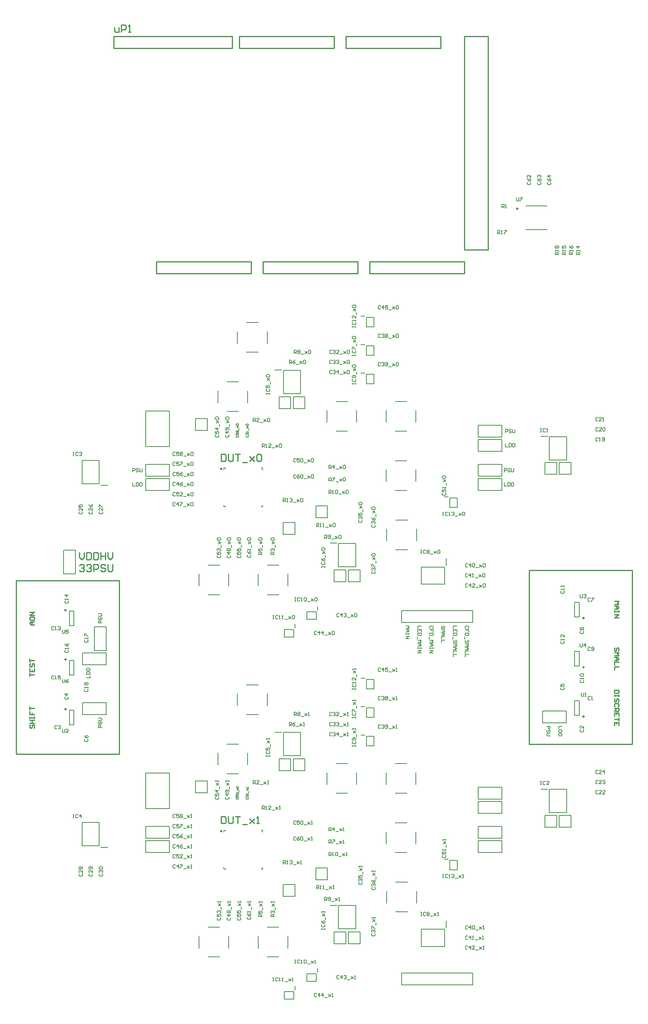
<source format=gbr>
%FSTAX23Y23*%
%MOIN*%
%SFA1B1*%

%IPPOS*%
%ADD10C,0.009843*%
%ADD11C,0.010000*%
%ADD12C,0.007874*%
%ADD13C,0.006000*%
%LNcfd_2channel_legend_top-1*%
%LPD*%
G54D10*
X0193Y01602D02*
D01*
X0193Y01602*
X0193Y01603*
X0193Y01603*
X0193Y01603*
X0193Y01604*
X0193Y01604*
X0193Y01604*
X0193Y01605*
X0193Y01605*
X01929Y01605*
X01929Y01605*
X01929Y01606*
X01929Y01606*
X01928Y01606*
X01928Y01606*
X01928Y01606*
X01927Y01607*
X01927Y01607*
X01927Y01607*
X01926Y01607*
X01926Y01607*
X01926Y01607*
X01925*
X01925Y01607*
X01925Y01607*
X01924Y01607*
X01924Y01607*
X01924Y01607*
X01923Y01606*
X01923Y01606*
X01923Y01606*
X01922Y01606*
X01922Y01606*
X01922Y01605*
X01922Y01605*
X01922Y01605*
X01921Y01605*
X01921Y01604*
X01921Y01604*
X01921Y01604*
X01921Y01603*
X01921Y01603*
X01921Y01603*
X01921Y01602*
X01921Y01602*
X01921Y01602*
X01921Y01601*
X01921Y01601*
X01921Y01601*
X01921Y016*
X01921Y016*
X01921Y016*
X01921Y01599*
X01922Y01599*
X01922Y01599*
X01922Y01599*
X01922Y01598*
X01922Y01598*
X01923Y01598*
X01923Y01598*
X01923Y01598*
X01924Y01597*
X01924Y01597*
X01924Y01597*
X01925Y01597*
X01925Y01597*
X01925Y01597*
X01926*
X01926Y01597*
X01926Y01597*
X01927Y01597*
X01927Y01597*
X01927Y01597*
X01928Y01598*
X01928Y01598*
X01928Y01598*
X01929Y01598*
X01929Y01598*
X01929Y01599*
X01929Y01599*
X0193Y01599*
X0193Y01599*
X0193Y016*
X0193Y016*
X0193Y016*
X0193Y01601*
X0193Y01601*
X0193Y01601*
X0193Y01602*
X0193Y01602*
Y04657D02*
D01*
X0193Y04657*
X0193Y04658*
X0193Y04658*
X0193Y04658*
X0193Y04659*
X0193Y04659*
X0193Y04659*
X0193Y0466*
X0193Y0466*
X01929Y0466*
X01929Y0466*
X01929Y04661*
X01929Y04661*
X01928Y04661*
X01928Y04661*
X01928Y04661*
X01927Y04662*
X01927Y04662*
X01927Y04662*
X01926Y04662*
X01926Y04662*
X01926Y04662*
X01925*
X01925Y04662*
X01925Y04662*
X01924Y04662*
X01924Y04662*
X01924Y04662*
X01923Y04661*
X01923Y04661*
X01923Y04661*
X01922Y04661*
X01922Y04661*
X01922Y0466*
X01922Y0466*
X01922Y0466*
X01921Y0466*
X01921Y04659*
X01921Y04659*
X01921Y04659*
X01921Y04658*
X01921Y04658*
X01921Y04658*
X01921Y04657*
X01921Y04657*
X01921Y04657*
X01921Y04656*
X01921Y04656*
X01921Y04656*
X01921Y04655*
X01921Y04655*
X01921Y04655*
X01921Y04654*
X01922Y04654*
X01922Y04654*
X01922Y04654*
X01922Y04653*
X01922Y04653*
X01923Y04653*
X01923Y04653*
X01923Y04653*
X01924Y04652*
X01924Y04652*
X01924Y04652*
X01925Y04652*
X01925Y04652*
X01925Y04652*
X01926*
X01926Y04652*
X01926Y04652*
X01927Y04652*
X01927Y04652*
X01927Y04652*
X01928Y04653*
X01928Y04653*
X01928Y04653*
X01929Y04653*
X01929Y04653*
X01929Y04654*
X01929Y04654*
X0193Y04654*
X0193Y04654*
X0193Y04655*
X0193Y04655*
X0193Y04655*
X0193Y04656*
X0193Y04656*
X0193Y04656*
X0193Y04657*
X0193Y04657*
X04429Y06851D02*
D01*
X04429Y06852*
X04429Y06852*
X04429Y06852*
X04429Y06853*
X04429Y06853*
X04429Y06853*
X04428Y06854*
X04428Y06854*
X04428Y06854*
X04428Y06854*
X04428Y06855*
X04427Y06855*
X04427Y06855*
X04427Y06855*
X04427Y06856*
X04426Y06856*
X04426Y06856*
X04426Y06856*
X04425Y06856*
X04425Y06856*
X04425Y06856*
X04424Y06856*
X04424*
X04424Y06856*
X04423Y06856*
X04423Y06856*
X04423Y06856*
X04422Y06856*
X04422Y06856*
X04422Y06856*
X04421Y06855*
X04421Y06855*
X04421Y06855*
X04421Y06855*
X0442Y06854*
X0442Y06854*
X0442Y06854*
X0442Y06854*
X0442Y06853*
X0442Y06853*
X04419Y06853*
X04419Y06852*
X04419Y06852*
X04419Y06852*
X04419Y06851*
X04419Y06851*
X04419Y06851*
X04419Y0685*
X04419Y0685*
X0442Y0685*
X0442Y06849*
X0442Y06849*
X0442Y06849*
X0442Y06848*
X0442Y06848*
X04421Y06848*
X04421Y06848*
X04421Y06847*
X04421Y06847*
X04422Y06847*
X04422Y06847*
X04422Y06847*
X04423Y06847*
X04423Y06846*
X04423Y06846*
X04424Y06846*
X04424Y06846*
X04424*
X04425Y06846*
X04425Y06846*
X04425Y06846*
X04426Y06847*
X04426Y06847*
X04426Y06847*
X04427Y06847*
X04427Y06847*
X04427Y06847*
X04427Y06848*
X04428Y06848*
X04428Y06848*
X04428Y06848*
X04428Y06849*
X04428Y06849*
X04429Y06849*
X04429Y0685*
X04429Y0685*
X04429Y0685*
X04429Y06851*
X04429Y06851*
X04429Y06851*
X04989Y02569D02*
D01*
X04989Y02569*
X04989Y02569*
X04988Y0257*
X04988Y0257*
X04988Y0257*
X04988Y02571*
X04988Y02571*
X04988Y02571*
X04988Y02572*
X04987Y02572*
X04987Y02572*
X04987Y02572*
X04987Y02573*
X04986Y02573*
X04986Y02573*
X04986Y02573*
X04985Y02573*
X04985Y02573*
X04985Y02573*
X04984Y02573*
X04984Y02574*
X04984Y02574*
X04983*
X04983Y02574*
X04983Y02573*
X04982Y02573*
X04982Y02573*
X04982Y02573*
X04981Y02573*
X04981Y02573*
X04981Y02573*
X04981Y02573*
X0498Y02572*
X0498Y02572*
X0498Y02572*
X0498Y02572*
X04979Y02571*
X04979Y02571*
X04979Y02571*
X04979Y0257*
X04979Y0257*
X04979Y0257*
X04979Y02569*
X04979Y02569*
X04979Y02569*
X04979Y02568*
X04979Y02568*
X04979Y02568*
X04979Y02567*
X04979Y02567*
X04979Y02567*
X04979Y02566*
X04979Y02566*
X0498Y02566*
X0498Y02565*
X0498Y02565*
X0498Y02565*
X04981Y02565*
X04981Y02565*
X04981Y02564*
X04981Y02564*
X04982Y02564*
X04982Y02564*
X04982Y02564*
X04983Y02564*
X04983Y02564*
X04983Y02564*
X04984*
X04984Y02564*
X04984Y02564*
X04985Y02564*
X04985Y02564*
X04985Y02564*
X04986Y02564*
X04986Y02564*
X04986Y02565*
X04987Y02565*
X04987Y02565*
X04987Y02565*
X04987Y02565*
X04988Y02566*
X04988Y02566*
X04988Y02566*
X04988Y02567*
X04988Y02567*
X04988Y02567*
X04988Y02568*
X04989Y02568*
X04989Y02568*
X04989Y02569*
X00615Y0263D02*
D01*
X00615Y02631*
X00615Y02631*
X00615Y02631*
X00615Y02632*
X00615Y02632*
X00615Y02632*
X00615Y02633*
X00615Y02633*
X00614Y02633*
X00614Y02634*
X00614Y02634*
X00614Y02634*
X00613Y02634*
X00613Y02634*
X00613Y02635*
X00613Y02635*
X00612Y02635*
X00612Y02635*
X00612Y02635*
X00611Y02635*
X00611Y02635*
X00611Y02635*
X0061*
X0061Y02635*
X0061Y02635*
X00609Y02635*
X00609Y02635*
X00609Y02635*
X00608Y02635*
X00608Y02635*
X00608Y02634*
X00607Y02634*
X00607Y02634*
X00607Y02634*
X00607Y02634*
X00606Y02633*
X00606Y02633*
X00606Y02633*
X00606Y02632*
X00606Y02632*
X00606Y02632*
X00606Y02631*
X00605Y02631*
X00605Y02631*
X00605Y0263*
X00605Y0263*
X00605Y0263*
X00606Y02629*
X00606Y02629*
X00606Y02629*
X00606Y02628*
X00606Y02628*
X00606Y02628*
X00606Y02627*
X00607Y02627*
X00607Y02627*
X00607Y02627*
X00607Y02626*
X00608Y02626*
X00608Y02626*
X00608Y02626*
X00609Y02626*
X00609Y02626*
X00609Y02626*
X0061Y02626*
X0061Y02625*
X0061Y02625*
X00611*
X00611Y02625*
X00611Y02626*
X00612Y02626*
X00612Y02626*
X00612Y02626*
X00613Y02626*
X00613Y02626*
X00613Y02626*
X00613Y02626*
X00614Y02627*
X00614Y02627*
X00614Y02627*
X00614Y02627*
X00615Y02628*
X00615Y02628*
X00615Y02628*
X00615Y02629*
X00615Y02629*
X00615Y02629*
X00615Y0263*
X00615Y0263*
X00615Y0263*
X04989Y03399D02*
D01*
X04989Y03399*
X04989Y03399*
X04988Y034*
X04988Y034*
X04988Y034*
X04988Y03401*
X04988Y03401*
X04988Y03401*
X04988Y03402*
X04987Y03402*
X04987Y03402*
X04987Y03402*
X04987Y03403*
X04986Y03403*
X04986Y03403*
X04986Y03403*
X04985Y03403*
X04985Y03403*
X04985Y03403*
X04984Y03403*
X04984Y03404*
X04984Y03404*
X04983*
X04983Y03404*
X04983Y03403*
X04982Y03403*
X04982Y03403*
X04982Y03403*
X04981Y03403*
X04981Y03403*
X04981Y03403*
X04981Y03403*
X0498Y03402*
X0498Y03402*
X0498Y03402*
X0498Y03402*
X04979Y03401*
X04979Y03401*
X04979Y03401*
X04979Y034*
X04979Y034*
X04979Y034*
X04979Y03399*
X04979Y03399*
X04979Y03399*
X04979Y03398*
X04979Y03398*
X04979Y03398*
X04979Y03397*
X04979Y03397*
X04979Y03397*
X04979Y03396*
X04979Y03396*
X0498Y03396*
X0498Y03395*
X0498Y03395*
X0498Y03395*
X04981Y03395*
X04981Y03395*
X04981Y03394*
X04981Y03394*
X04982Y03394*
X04982Y03394*
X04982Y03394*
X04983Y03394*
X04983Y03394*
X04983Y03394*
X04984*
X04984Y03394*
X04984Y03394*
X04985Y03394*
X04985Y03394*
X04985Y03394*
X04986Y03394*
X04986Y03394*
X04986Y03395*
X04987Y03395*
X04987Y03395*
X04987Y03395*
X04987Y03395*
X04988Y03396*
X04988Y03396*
X04988Y03396*
X04988Y03397*
X04988Y03397*
X04988Y03397*
X04988Y03398*
X04989Y03398*
X04989Y03398*
X04989Y03399*
Y02984D02*
D01*
X04989Y02984*
X04989Y02984*
X04988Y02985*
X04988Y02985*
X04988Y02985*
X04988Y02986*
X04988Y02986*
X04988Y02986*
X04988Y02987*
X04987Y02987*
X04987Y02987*
X04987Y02987*
X04987Y02988*
X04986Y02988*
X04986Y02988*
X04986Y02988*
X04985Y02988*
X04985Y02988*
X04985Y02988*
X04984Y02988*
X04984Y02989*
X04984Y02989*
X04983*
X04983Y02989*
X04983Y02988*
X04982Y02988*
X04982Y02988*
X04982Y02988*
X04981Y02988*
X04981Y02988*
X04981Y02988*
X04981Y02988*
X0498Y02987*
X0498Y02987*
X0498Y02987*
X0498Y02987*
X04979Y02986*
X04979Y02986*
X04979Y02986*
X04979Y02985*
X04979Y02985*
X04979Y02985*
X04979Y02984*
X04979Y02984*
X04979Y02984*
X04979Y02983*
X04979Y02983*
X04979Y02983*
X04979Y02982*
X04979Y02982*
X04979Y02982*
X04979Y02981*
X04979Y02981*
X0498Y02981*
X0498Y0298*
X0498Y0298*
X0498Y0298*
X04981Y0298*
X04981Y0298*
X04981Y02979*
X04981Y02979*
X04982Y02979*
X04982Y02979*
X04982Y02979*
X04983Y02979*
X04983Y02979*
X04983Y02979*
X04984*
X04984Y02979*
X04984Y02979*
X04985Y02979*
X04985Y02979*
X04985Y02979*
X04986Y02979*
X04986Y02979*
X04986Y0298*
X04987Y0298*
X04987Y0298*
X04987Y0298*
X04987Y0298*
X04988Y02981*
X04988Y02981*
X04988Y02981*
X04988Y02982*
X04988Y02982*
X04988Y02982*
X04988Y02983*
X04989Y02983*
X04989Y02983*
X04989Y02984*
X00615Y03465D02*
D01*
X00615Y03466*
X00615Y03466*
X00615Y03466*
X00615Y03467*
X00615Y03467*
X00615Y03467*
X00615Y03468*
X00615Y03468*
X00614Y03468*
X00614Y03469*
X00614Y03469*
X00614Y03469*
X00613Y03469*
X00613Y03469*
X00613Y0347*
X00613Y0347*
X00612Y0347*
X00612Y0347*
X00612Y0347*
X00611Y0347*
X00611Y0347*
X00611Y0347*
X0061*
X0061Y0347*
X0061Y0347*
X00609Y0347*
X00609Y0347*
X00609Y0347*
X00608Y0347*
X00608Y0347*
X00608Y03469*
X00607Y03469*
X00607Y03469*
X00607Y03469*
X00607Y03469*
X00606Y03468*
X00606Y03468*
X00606Y03468*
X00606Y03467*
X00606Y03467*
X00606Y03467*
X00606Y03466*
X00605Y03466*
X00605Y03466*
X00605Y03465*
X00605Y03465*
X00605Y03465*
X00606Y03464*
X00606Y03464*
X00606Y03464*
X00606Y03463*
X00606Y03463*
X00606Y03463*
X00606Y03462*
X00607Y03462*
X00607Y03462*
X00607Y03462*
X00607Y03461*
X00608Y03461*
X00608Y03461*
X00608Y03461*
X00609Y03461*
X00609Y03461*
X00609Y03461*
X0061Y03461*
X0061Y0346*
X0061Y0346*
X00611*
X00611Y0346*
X00611Y03461*
X00612Y03461*
X00612Y03461*
X00612Y03461*
X00613Y03461*
X00613Y03461*
X00613Y03461*
X00613Y03461*
X00614Y03462*
X00614Y03462*
X00614Y03462*
X00614Y03462*
X00615Y03463*
X00615Y03463*
X00615Y03463*
X00615Y03464*
X00615Y03464*
X00615Y03464*
X00615Y03465*
X00615Y03465*
X00615Y03465*
Y0305D02*
D01*
X00615Y03051*
X00615Y03051*
X00615Y03051*
X00615Y03052*
X00615Y03052*
X00615Y03052*
X00615Y03053*
X00615Y03053*
X00614Y03053*
X00614Y03054*
X00614Y03054*
X00614Y03054*
X00613Y03054*
X00613Y03054*
X00613Y03055*
X00613Y03055*
X00612Y03055*
X00612Y03055*
X00612Y03055*
X00611Y03055*
X00611Y03055*
X00611Y03055*
X0061*
X0061Y03055*
X0061Y03055*
X00609Y03055*
X00609Y03055*
X00609Y03055*
X00608Y03055*
X00608Y03055*
X00608Y03054*
X00607Y03054*
X00607Y03054*
X00607Y03054*
X00607Y03054*
X00606Y03053*
X00606Y03053*
X00606Y03053*
X00606Y03052*
X00606Y03052*
X00606Y03052*
X00606Y03051*
X00605Y03051*
X00605Y03051*
X00605Y0305*
X00605Y0305*
X00605Y0305*
X00606Y03049*
X00606Y03049*
X00606Y03049*
X00606Y03048*
X00606Y03048*
X00606Y03048*
X00606Y03047*
X00607Y03047*
X00607Y03047*
X00607Y03047*
X00607Y03046*
X00608Y03046*
X00608Y03046*
X00608Y03046*
X00609Y03046*
X00609Y03046*
X00609Y03046*
X0061Y03046*
X0061Y03045*
X0061Y03045*
X00611*
X00611Y03045*
X00611Y03046*
X00612Y03046*
X00612Y03046*
X00612Y03046*
X00613Y03046*
X00613Y03046*
X00613Y03046*
X00613Y03046*
X00614Y03047*
X00614Y03047*
X00614Y03047*
X00614Y03047*
X00615Y03048*
X00615Y03048*
X00615Y03048*
X00615Y03049*
X00615Y03049*
X00615Y03049*
X00615Y0305*
X00615Y0305*
X00615Y0305*
G54D11*
X04525Y02335D02*
X05395D01*
X04525Y038D02*
X05395D01*
Y02335D02*
Y038D01*
X04525Y02335D02*
Y038D01*
X00195Y0225D02*
X01065D01*
X00195Y03715D02*
X01065D01*
Y0225D02*
Y03715D01*
X00195Y0225D02*
Y03715D01*
X0318Y06305D02*
X0398D01*
X0318Y06405D02*
X0398D01*
Y06305D02*
Y06405D01*
X0318Y06305D02*
Y06405D01*
X0298Y08205D02*
X0378D01*
X0298Y08305D02*
X0378D01*
Y08205D02*
Y08305D01*
X0298Y08205D02*
Y08305D01*
X0228Y06305D02*
X0308D01*
X0228Y06405D02*
X0308D01*
Y06305D02*
Y06405D01*
X0228Y06305D02*
Y06405D01*
X0208Y08205D02*
X0288D01*
X0208Y08305D02*
X0288D01*
Y08205D02*
Y08305D01*
X0208Y08205D02*
Y08305D01*
X0138Y06305D02*
X0218D01*
X0138Y06405D02*
X0218D01*
Y06305D02*
Y06405D01*
X0138Y06305D02*
Y06405D01*
X0102Y08205D02*
X0202D01*
X0102Y08305D02*
X0202D01*
Y08205D02*
Y08305D01*
X0102Y08205D02*
Y08305D01*
X0398Y06505D02*
Y08305D01*
X0418Y06505D02*
Y08305D01*
X0398D02*
X0418D01*
X0398Y06505D02*
X0418D01*
X0035Y03341D02*
X00323D01*
X0031Y03355*
X00323Y03368*
X0035*
X0033*
Y03341*
X0031Y03401D02*
Y03388D01*
X00316Y03381*
X00343*
X0035Y03388*
Y03401*
X00343Y03408*
X00316*
X0031Y03401*
X0035Y03421D02*
X0031D01*
X0035Y03448*
X0031*
X05245Y03539D02*
X05284D01*
X05271Y03526*
X05284Y03513*
X05245*
Y03499D02*
X05271D01*
X05284Y03486*
X05271Y03473*
X05245*
X05264*
Y03499*
X05284Y0346D02*
Y03446D01*
Y03453*
X05245*
Y0346*
Y03446*
Y03426D02*
X05284D01*
X05245Y034*
X05284*
X0031Y02906D02*
Y02933D01*
Y0292*
X0035*
X0031Y02973D02*
Y02946D01*
X0035*
Y02973*
X0033Y02946D02*
Y0296D01*
X00316Y03013D02*
X0031Y03006D01*
Y02993*
X00316Y02986*
X00323*
X0033Y02993*
Y03006*
X00336Y03013*
X00343*
X0035Y03006*
Y02993*
X00343Y02986*
X0031Y03026D02*
Y03053D01*
Y03039*
X0035*
X00316Y02496D02*
X0031Y0249D01*
Y02476*
X00316Y0247*
X00323*
X0033Y02476*
Y0249*
X00336Y02496*
X00343*
X0035Y0249*
Y02476*
X00343Y0247*
X0031Y0251D02*
X0035D01*
X0033*
Y02536*
X0031*
X0035*
X0031Y0255D02*
Y02563D01*
Y02556*
X0035*
Y0255*
Y02563*
X0031Y02609D02*
Y02583D01*
X0033*
Y02596*
Y02583*
X0035*
X0031Y02623D02*
Y02649D01*
Y02636*
X0035*
X0073Y03949D02*
Y0391D01*
X00749Y0389*
X00769Y0391*
Y03949*
X00789D02*
Y0389D01*
X00819*
X00829Y039*
Y03939*
X00819Y03949*
X00789*
X00849D02*
Y0389D01*
X00879*
X00889Y039*
Y03939*
X00879Y03949*
X00849*
X00909D02*
Y0389D01*
Y0392*
X00949*
Y03949*
Y0389*
X00969Y03949D02*
Y0391D01*
X00989Y0389*
X01009Y0391*
Y03949*
X0073Y03839D02*
X00739Y03849D01*
X00759*
X00769Y03839*
Y03829*
X00759Y0382*
X00749*
X00759*
X00769Y0381*
Y038*
X00759Y0379*
X00739*
X0073Y038*
X00789Y03839D02*
X00799Y03849D01*
X00819*
X00829Y03839*
Y03829*
X00819Y0382*
X00809*
X00819*
X00829Y0381*
Y038*
X00819Y0379*
X00799*
X00789Y038*
X00849Y0379D02*
Y03849D01*
X00879*
X00889Y03839*
Y0382*
X00879Y0381*
X00849*
X00949Y03839D02*
X00939Y03849D01*
X00919*
X00909Y03839*
Y03829*
X00919Y0382*
X00939*
X00949Y0381*
Y038*
X00939Y0379*
X00919*
X00909Y038*
X00969Y03849D02*
Y038D01*
X00979Y0379*
X00999*
X01009Y038*
Y03849*
X05284Y02789D02*
X05245D01*
Y02769*
X05251Y02763*
X05278*
X05284Y02769*
Y02789*
Y02749D02*
Y02736D01*
Y02743*
X05245*
Y02749*
Y02736*
X05278Y02689D02*
X05284Y02696D01*
Y02709*
X05278Y02716*
X05271*
X05264Y02709*
Y02696*
X05258Y02689*
X05251*
X05245Y02696*
Y02709*
X05251Y02716*
X05278Y02649D02*
X05284Y02656D01*
Y02669*
X05278Y02676*
X05251*
X05245Y02669*
Y02656*
X05251Y02649*
X05245Y02636D02*
X05284D01*
Y02616*
X05278Y0261*
X05264*
X05258Y02616*
Y02636*
Y02623D02*
X05245Y0261D01*
X05284Y0257D02*
Y02596D01*
X05245*
Y0257*
X05264Y02596D02*
Y02583D01*
X05284Y02556D02*
Y0253D01*
Y02543*
X05245*
X05284Y0249D02*
Y02516D01*
X05245*
Y0249*
X05264Y02516D02*
Y02503D01*
X05278Y03121D02*
X05284Y03128D01*
Y03141*
X05278Y03148*
X05271*
X05264Y03141*
Y03128*
X05258Y03121*
X05251*
X05245Y03128*
Y03141*
X05251Y03148*
X05245Y03108D02*
X05284D01*
X05271Y03094*
X05284Y03081*
X05245*
Y03068D02*
X05271D01*
X05284Y03055*
X05271Y03041*
X05245*
X05264*
Y03068*
X05284Y03028D02*
X05245D01*
Y03001*
X05284Y02988D02*
X05245D01*
Y02961*
X01926Y01725D02*
Y01666D01*
X01955*
X01965Y01675*
Y01715*
X01955Y01725*
X01926*
X01985D02*
Y01675D01*
X01995Y01666*
X02015*
X02025Y01675*
Y01725*
X02045D02*
X02085D01*
X02065*
Y01666*
X02105Y01656D02*
X02145D01*
X02165Y01705D02*
X02205Y01666D01*
X02185Y01685*
X02205Y01705*
X02165Y01666*
X02225D02*
X02245D01*
X02235*
Y01725*
X02225Y01715*
X01926Y0478D02*
Y04721D01*
X01955*
X01965Y0473*
Y0477*
X01955Y0478*
X01926*
X01985D02*
Y0473D01*
X01995Y04721*
X02015*
X02025Y0473*
Y0478*
X02045D02*
X02085D01*
X02065*
Y04721*
X02105Y04711D02*
X02145D01*
X02165Y0476D02*
X02205Y04721D01*
X02185Y0474*
X02205Y0476*
X02165Y04721*
X02225Y0477D02*
X02235Y0478D01*
X02255*
X02265Y0477*
Y0473*
X02255Y04721*
X02235*
X02225Y0473*
Y0477*
X01025Y08379D02*
Y08349D01*
X01034Y0834*
X01064*
Y08379*
X01084Y0834D02*
Y08399D01*
X01114*
X01124Y08389*
Y08369*
X01114Y08359*
X01084*
X01144Y0834D02*
X01164D01*
X01154*
Y08399*
X01144Y08389*
G54D12*
X01951Y01593D02*
Y01608D01*
X01966*
X02263D02*
X02278D01*
Y01593D02*
Y01608D01*
Y01281D02*
Y01296D01*
X02263Y01281D02*
X02278D01*
X01951D02*
Y01296D01*
Y01281D02*
X01966D01*
X01951Y04648D02*
Y04663D01*
X01966*
X02263D02*
X02278D01*
Y04648D02*
Y04663D01*
Y04336D02*
Y04351D01*
X02263Y04336D02*
X02278D01*
X01951D02*
Y04351D01*
Y04336D02*
X01966D01*
X04501Y06873D02*
Y06875D01*
Y06674D02*
Y06676D01*
Y06674D02*
X04678D01*
Y06873D02*
Y06875D01*
Y06674D02*
Y06676D01*
X04501Y06875D02*
X04678D01*
X04697Y04928D02*
X04842D01*
Y04731D02*
Y04928D01*
X04697Y04731D02*
X04842D01*
X04697D02*
Y04928D01*
X04625Y04929D02*
X04683D01*
X0478Y0461D02*
Y04709D01*
X04879Y0461D02*
Y04709D01*
X0478D02*
X04879D01*
X0478Y0461D02*
X04879D01*
X0466D02*
Y04709D01*
X04759Y0461D02*
Y04709D01*
X0466D02*
X04759D01*
X0466Y0461D02*
X04759D01*
X0129Y05145D02*
X0149D01*
X0129Y04845D02*
X0149D01*
X0129D02*
Y05145D01*
X0149Y04845D02*
Y05145D01*
Y04953D02*
Y05145D01*
X0129Y0209D02*
X0149D01*
X0129Y0179D02*
X0149D01*
X0129D02*
Y0209D01*
X0149Y0179D02*
Y0209D01*
Y01898D02*
Y0209D01*
X02452Y02433D02*
X02597D01*
Y02236D02*
Y02433D01*
X02452Y02236D02*
X02597D01*
X02452D02*
Y02433D01*
X0238Y02434D02*
X02438D01*
X02917Y00973D02*
X03062D01*
Y00776D02*
Y00973D01*
X02917Y00776D02*
X03062D01*
X02917D02*
Y00973D01*
X02845Y00974D02*
X02903D01*
X03106Y02649D02*
X03139D01*
X03153Y0256D02*
Y02639D01*
Y0256D02*
X03216D01*
Y02639*
X03153D02*
X03216D01*
X03106Y02409D02*
X03139D01*
X03153Y0232D02*
Y02399D01*
Y0232D02*
X03216D01*
Y02399*
X03153D02*
X03216D01*
X02739Y0041D02*
Y00443D01*
X0265Y00396D02*
X02729D01*
X0265Y00333D02*
Y00396D01*
Y00333D02*
X02729D01*
Y00396*
X02549Y0026D02*
Y00293D01*
X0246Y00246D02*
X02539D01*
X0246Y00183D02*
Y00246D01*
Y00183D02*
X02539D01*
Y00246*
X03106Y02889D02*
X03139D01*
X03153Y028D02*
Y02879D01*
Y028D02*
X03216D01*
Y02879*
X03153D02*
X03216D01*
X03811Y01364D02*
X03844D01*
X03858Y01275D02*
Y01354D01*
Y01275D02*
X03921D01*
Y01354*
X03858D02*
X03921D01*
X02535Y0211D02*
X02634D01*
X02535Y02209D02*
X02634D01*
X02535Y0211D02*
Y02209D01*
X02634Y0211D02*
Y02209D01*
X02415Y0211D02*
X02514D01*
X02415Y02209D02*
X02514D01*
X02415Y0211D02*
Y02209D01*
X02514Y0211D02*
Y02209D01*
X02239Y00615D02*
Y00714D01*
X02315Y00539D02*
X02414D01*
X0249Y00615D02*
Y00714D01*
X02315Y0079D02*
X02414D01*
X01899Y0216D02*
Y02259D01*
X01975Y02084D02*
X02074D01*
X0215Y0216D02*
Y02259D01*
X01975Y02335D02*
X02074D01*
X03Y0065D02*
X03099D01*
X03Y00749D02*
X03099D01*
X03Y0065D02*
Y00749D01*
X03099Y0065D02*
Y00749D01*
X0288Y0065D02*
X02979D01*
X0288Y00749D02*
X02979D01*
X0288Y0065D02*
Y00749D01*
X02979Y0065D02*
Y00749D01*
X01739Y00615D02*
Y00714D01*
X01815Y00539D02*
X01914D01*
X0199Y00615D02*
Y00714D01*
X01815Y0079D02*
X01914D01*
X02819Y01995D02*
Y02094D01*
X02895Y01919D02*
X02994D01*
X0307Y01995D02*
Y02094D01*
X02895Y0217D02*
X02994D01*
X02064Y0266D02*
Y02759D01*
X0214Y02584D02*
X02239D01*
X02315Y0266D02*
Y02759D01*
X0214Y02835D02*
X02239D01*
X03319Y01995D02*
Y02094D01*
X03395Y01919D02*
X03494D01*
X0357Y01995D02*
Y02094D01*
X03395Y0217D02*
X03494D01*
X03324Y00995D02*
Y01094D01*
X034Y00919D02*
X03499D01*
X03575Y00995D02*
Y01094D01*
X034Y0117D02*
X03499D01*
X03319Y01495D02*
Y01594D01*
X03395Y01419D02*
X03494D01*
X0357Y01495D02*
Y01594D01*
X03395Y0167D02*
X03494D01*
X0171Y01925D02*
X01809D01*
X0171Y02024D02*
X01809D01*
X0171Y01925D02*
Y02024D01*
X01809Y01925D02*
Y02024D01*
X03813Y00627D02*
Y00772D01*
X03616Y00627D02*
X03813D01*
X03616D02*
Y00772D01*
X03813*
X03827Y00786D02*
Y00844D01*
X0345Y00305D02*
Y00405D01*
X0405Y00305D02*
Y00405D01*
X0345Y00305D02*
X0405D01*
X0345Y00405D02*
X0405D01*
X0245Y0105D02*
X02549D01*
X0245Y01149D02*
X02549D01*
X0245Y0105D02*
Y01149D01*
X02549Y0105D02*
Y01149D01*
X02725Y0119D02*
X02824D01*
X02725Y01289D02*
X02824D01*
X02725Y0119D02*
Y01289D01*
X02824Y0119D02*
Y01289D01*
X0129Y0154D02*
Y0164D01*
X0149*
Y0154D02*
Y0164D01*
X0129Y0154D02*
X0149D01*
Y0142D02*
Y0152D01*
X0129Y0142D02*
X0149D01*
X0129D02*
Y0152D01*
X0149*
X04295Y0187D02*
Y0197D01*
X04095Y0187D02*
X04295D01*
X04095D02*
Y0197D01*
X04295*
X04095Y0175D02*
Y0185D01*
X04295*
Y0175D02*
Y0185D01*
X04095Y0175D02*
X04295D01*
Y0154D02*
Y0164D01*
X04095Y0154D02*
X04295D01*
X04095D02*
Y0164D01*
X04295*
X04095Y0142D02*
Y0152D01*
X04295*
Y0142D02*
Y0152D01*
X04095Y0142D02*
X04295D01*
X02824Y04245D02*
Y04344D01*
X02725Y04245D02*
Y04344D01*
X02824*
X02725Y04245D02*
X02824D01*
X01809Y0498D02*
Y05079D01*
X0171Y0498D02*
Y05079D01*
X01809*
X0171Y0498D02*
X01809D01*
X04095Y04695D02*
X04295D01*
X04095Y04595D02*
Y04695D01*
Y04595D02*
X04295D01*
Y04695*
X04095Y04475D02*
X04295D01*
Y04575*
X04095D02*
X04295D01*
X04095Y04475D02*
Y04575D01*
Y05025D02*
X04295D01*
X04095Y04925D02*
Y05025D01*
Y04925D02*
X04295D01*
Y05025*
X04095Y04805D02*
X04295D01*
Y04905*
X04095D02*
X04295D01*
X04095Y04805D02*
Y04905D01*
X0129Y04595D02*
X0149D01*
Y04695*
X0129D02*
X0149D01*
X0129Y04595D02*
Y04695D01*
Y04575D02*
X0149D01*
X0129Y04475D02*
Y04575D01*
Y04475D02*
X0149D01*
Y04575*
X02549Y04105D02*
Y04204D01*
X0245Y04105D02*
Y04204D01*
X02549*
X0245Y04105D02*
X02549D01*
X0345Y0336D02*
Y0346D01*
X0405Y0336D02*
Y0346D01*
X0345Y0336D02*
X0405D01*
X0345Y0346D02*
X0405D01*
X03Y03705D02*
X03099D01*
X03Y03804D02*
X03099D01*
X03Y03705D02*
Y03804D01*
X03099Y03705D02*
Y03804D01*
X0288Y03705D02*
X02979D01*
X0288Y03804D02*
X02979D01*
X0288Y03705D02*
Y03804D01*
X02979Y03705D02*
Y03804D01*
X02535Y05165D02*
X02634D01*
X02535Y05264D02*
X02634D01*
X02535Y05165D02*
Y05264D01*
X02634Y05165D02*
Y05264D01*
X02415Y05165D02*
X02514D01*
X02415Y05264D02*
X02514D01*
X02415Y05165D02*
Y05264D01*
X02514Y05165D02*
Y05264D01*
X03324Y0405D02*
Y04149D01*
X034Y03974D02*
X03499D01*
X03575Y0405D02*
Y04149D01*
X034Y04225D02*
X03499D01*
X03319Y0455D02*
Y04649D01*
X03395Y04474D02*
X03494D01*
X0357Y0455D02*
Y04649D01*
X03395Y04725D02*
X03494D01*
X02064Y05715D02*
Y05814D01*
X0214Y05639D02*
X02239D01*
X02315Y05715D02*
Y05814D01*
X0214Y0589D02*
X02239D01*
X03319Y0505D02*
Y05149D01*
X03395Y04974D02*
X03494D01*
X0357Y0505D02*
Y05149D01*
X03395Y05225D02*
X03494D01*
X01739Y0367D02*
Y03769D01*
X01815Y03594D02*
X01914D01*
X0199Y0367D02*
Y03769D01*
X01815Y03845D02*
X01914D01*
X02819Y0505D02*
Y05149D01*
X02895Y04974D02*
X02994D01*
X0307Y0505D02*
Y05149D01*
X02895Y05225D02*
X02994D01*
X02239Y0367D02*
Y03769D01*
X02315Y03594D02*
X02414D01*
X0249Y0367D02*
Y03769D01*
X02315Y03845D02*
X02414D01*
X01899Y05215D02*
Y05314D01*
X01975Y05139D02*
X02074D01*
X0215Y05215D02*
Y05314D01*
X01975Y0539D02*
X02074D01*
X03811Y04419D02*
X03844D01*
X03858Y0433D02*
Y04409D01*
Y0433D02*
X03921D01*
Y04409*
X03858D02*
X03921D01*
X03153Y05934D02*
X03216D01*
Y05855D02*
Y05934D01*
X03153Y05855D02*
X03216D01*
X03153D02*
Y05934D01*
X03106Y05944D02*
X03139D01*
X02549Y03315D02*
Y03348D01*
X0246Y03301D02*
X02539D01*
X0246Y03238D02*
Y03301D01*
Y03238D02*
X02539D01*
Y03301*
X02739Y03465D02*
Y03498D01*
X0265Y03451D02*
X02729D01*
X0265Y03388D02*
Y03451D01*
Y03388D02*
X02729D01*
Y03451*
X03153Y05454D02*
X03216D01*
Y05375D02*
Y05454D01*
X03153Y05375D02*
X03216D01*
X03153D02*
Y05454D01*
X03106Y05464D02*
X03139D01*
X03813Y03682D02*
Y03827D01*
X03616Y03682D02*
X03813D01*
X03616D02*
Y03827D01*
X03813*
X03827Y03841D02*
Y03899D01*
X03153Y05694D02*
X03216D01*
Y05615D02*
Y05694D01*
X03153Y05615D02*
X03216D01*
X03153D02*
Y05694D01*
X03106Y05704D02*
X03139D01*
X02917Y04028D02*
X03062D01*
Y03831D02*
Y04028D01*
X02917Y03831D02*
X03062D01*
X02917D02*
Y04028D01*
X02845Y04029D02*
X02903D01*
X02452Y05488D02*
X02597D01*
Y05291D02*
Y05488D01*
X02452Y05291D02*
X02597D01*
X02452D02*
Y05488D01*
X0238Y05489D02*
X02438D01*
X04625Y01954D02*
X04683D01*
X04697Y01756D02*
Y01953D01*
Y01756D02*
X04842D01*
Y01953*
X04697D02*
X04842D01*
X00752Y04531D02*
X00897D01*
X00752D02*
Y04728D01*
X00897*
Y04531D02*
Y04728D01*
X00911Y04517D02*
X00969D01*
X00911Y01462D02*
X00969D01*
X00897Y01476D02*
Y01673D01*
X00752D02*
X00897D01*
X00752Y01476D02*
Y01673D01*
Y01476D02*
X00897D01*
X0484Y02515D02*
Y02615D01*
X0464Y02515D02*
X0484D01*
X0464D02*
Y02615D01*
X0484*
X00755Y02585D02*
X00955D01*
Y02685*
X00755D02*
X00955D01*
X00755Y02585D02*
Y02685D01*
X00595Y0397D02*
X00695D01*
Y0377D02*
Y0397D01*
X00595Y0377D02*
X00695D01*
X00595D02*
Y0397D01*
X00755Y03105D02*
X00955D01*
X00755Y03005D02*
Y03105D01*
Y03005D02*
X00955D01*
Y03105*
X00855Y03125D02*
Y03325D01*
Y03125D02*
X00955D01*
Y03325*
X00855D02*
X00955D01*
X0478Y01635D02*
X04879D01*
X0478Y01734D02*
X04879D01*
Y01635D02*
Y01734D01*
X0478Y01635D02*
Y01734D01*
X0466Y01635D02*
X04759D01*
X0466Y01734D02*
X04759D01*
Y01635D02*
Y01734D01*
X0466Y01635D02*
Y01734D01*
X0491Y02578D02*
Y02701D01*
X04949Y02578D02*
Y02701D01*
X0491D02*
X04949D01*
X0491Y02578D02*
X04949D01*
X00645Y02621D02*
X00684D01*
X00645Y02498D02*
X00684D01*
X00645D02*
Y02621D01*
X00684Y02498D02*
Y02621D01*
X0491Y03408D02*
X04949D01*
X0491Y03531D02*
X04949D01*
Y03408D02*
Y03531D01*
X0491Y03408D02*
Y03531D01*
Y02993D02*
Y03116D01*
X04949Y02993D02*
Y03116D01*
X0491D02*
X04949D01*
X0491Y02993D02*
X04949D01*
X00645Y03456D02*
X00684D01*
X00645Y03333D02*
X00684D01*
X00645D02*
Y03456D01*
X00684Y03333D02*
Y03456D01*
X00645Y03041D02*
X00684D01*
X00645Y02918D02*
X00684D01*
X00645D02*
Y03041D01*
X00684Y02918D02*
Y03041D01*
G54D13*
X0079Y02894D02*
X00819D01*
Y02914*
X0079Y02924D02*
X00819D01*
Y02939*
X00814Y02944*
X00795*
X0079Y02939*
Y02924*
Y02969D02*
Y02959D01*
X00795Y02954*
X00814*
X00819Y02959*
Y02969*
X00814Y02974*
X00795*
X0079Y02969*
X00919Y03356D02*
X0089D01*
Y0337*
X00895Y03375*
X00905*
X0091Y0337*
Y03356*
X00895Y03405D02*
X0089Y034D01*
Y0339*
X00895Y03385*
X009*
X00905Y0339*
Y034*
X0091Y03405*
X00914*
X00919Y034*
Y0339*
X00914Y03385*
X0089Y03415D02*
X00914D01*
X00919Y0342*
Y0343*
X00914Y03435*
X0089*
X00919Y02474D02*
X0089D01*
Y02489*
X00895Y02494*
X00905*
X0091Y02489*
Y02474*
X00895Y02524D02*
X0089Y02519D01*
Y02509*
X00895Y02504*
X009*
X00905Y02509*
Y02519*
X0091Y02524*
X00914*
X00919Y02519*
Y02509*
X00914Y02504*
X0089Y02534D02*
X00914D01*
X00919Y02539*
Y02549*
X00914Y02554*
X0089*
X04804Y02484D02*
X04775D01*
Y02464*
X04804Y02454D02*
X04775D01*
Y02439*
X0478Y02434*
X04799*
X04804Y02439*
Y02454*
Y02409D02*
Y02419D01*
X04799Y02424*
X0478*
X04775Y02419*
Y02409*
X0478Y02404*
X04799*
X04804Y02409*
X04675Y02484D02*
X04704D01*
Y02469*
X04699Y02464*
X0469*
X04685Y02469*
Y02484*
X04699Y02434D02*
X04704Y02439D01*
Y02449*
X04699Y02454*
X04695*
X0469Y02449*
Y02439*
X04685Y02434*
X0468*
X04675Y02439*
Y02449*
X0468Y02454*
X04704Y02424D02*
X0468D01*
X04675Y02419*
Y02409*
X0468Y02404*
X04704*
X03917Y03329D02*
X03887D01*
Y03309*
X03917Y03279D02*
Y03299D01*
X03887*
Y03279*
X03902Y03299D02*
Y03289D01*
X03917Y03269D02*
X03887D01*
Y03254*
X03892Y03249*
X03912*
X03917Y03254*
Y03269*
X03882Y03239D02*
Y03219D01*
X03912Y03189D02*
X03917Y03194D01*
Y03204*
X03912Y03209*
X03907*
X03902Y03204*
Y03194*
X03897Y03189*
X03892*
X03887Y03194*
Y03204*
X03892Y03209*
X03887Y03179D02*
X03917D01*
X03907Y03169*
X03917Y03159*
X03887*
Y03149D02*
X03907D01*
X03917Y03139*
X03907Y03129*
X03887*
X03902*
Y03149*
X03917Y03119D02*
X03887D01*
Y03099*
X03917Y03089D02*
X03887D01*
Y03069*
X04012Y03309D02*
X04017Y03314D01*
Y03324*
X04012Y03329*
X03992*
X03987Y03324*
Y03314*
X03992Y03309*
X04017Y03279D02*
Y03299D01*
X04002*
Y03289*
Y03299*
X03987*
X04017Y03269D02*
X03987D01*
Y03254*
X03992Y03249*
X04012*
X04017Y03254*
Y03269*
X03982Y03239D02*
Y03219D01*
X04012Y03189D02*
X04017Y03194D01*
Y03204*
X04012Y03209*
X04007*
X04002Y03204*
Y03194*
X03997Y03189*
X03992*
X03987Y03194*
Y03204*
X03992Y03209*
X03987Y03179D02*
X04017D01*
X04007Y03169*
X04017Y03159*
X03987*
Y03149D02*
X04007D01*
X04017Y03139*
X04007Y03129*
X03987*
X04002*
Y03149*
X04017Y03119D02*
X03987D01*
Y03099*
X04017Y03089D02*
X03987D01*
Y03069*
X03617Y03329D02*
X03587D01*
Y03309*
X03617Y03279D02*
Y03299D01*
X03587*
Y03279*
X03602Y03299D02*
Y03289D01*
X03617Y03269D02*
X03587D01*
Y03254*
X03592Y03249*
X03612*
X03617Y03254*
Y03269*
X03582Y03239D02*
Y03219D01*
X03587Y03209D02*
X03617D01*
X03607Y03199*
X03617Y03189*
X03587*
Y03179D02*
X03607D01*
X03617Y03169*
X03607Y03159*
X03587*
X03602*
Y03179*
X03617Y03149D02*
Y03139D01*
Y03144*
X03587*
Y03149*
Y03139*
Y03124D02*
X03617D01*
X03587Y03104*
X03617*
X03809Y03309D02*
X03814Y03314D01*
Y03324*
X03809Y03329*
X03805*
X038Y03324*
Y03314*
X03795Y03309*
X0379*
X03785Y03314*
Y03324*
X0379Y03329*
X03785Y03299D02*
X03814D01*
X03805Y03289*
X03814Y03279*
X03785*
Y03269D02*
X03805D01*
X03814Y03259*
X03805Y03249*
X03785*
X038*
Y03269*
X03814Y03239D02*
X03785D01*
Y03219*
X03814Y03209D02*
X03785D01*
Y03189*
X03485Y03329D02*
X03514D01*
X03505Y03319*
X03514Y03309*
X03485*
Y03299D02*
X03505D01*
X03514Y03289*
X03505Y03279*
X03485*
X035*
Y03299*
X03514Y03269D02*
Y03259D01*
Y03264*
X03485*
Y03269*
Y03259*
Y03244D02*
X03514D01*
X03485Y03224*
X03514*
X03712Y03309D02*
X03717Y03314D01*
Y03324*
X03712Y03329*
X03692*
X03687Y03324*
Y03314*
X03692Y03309*
X03717Y03279D02*
Y03299D01*
X03702*
Y03289*
Y03299*
X03687*
X03717Y03269D02*
X03687D01*
Y03254*
X03692Y03249*
X03712*
X03717Y03254*
Y03269*
X03682Y03239D02*
Y03219D01*
X03687Y03209D02*
X03717D01*
X03707Y03199*
X03717Y03189*
X03687*
Y03179D02*
X03707D01*
X03717Y03169*
X03707Y03159*
X03687*
X03702*
Y03179*
X03717Y03149D02*
Y03139D01*
Y03144*
X03687*
Y03149*
Y03139*
Y03124D02*
X03717D01*
X03687Y03104*
X03717*
X04316Y0463D02*
Y04659D01*
X0433*
X04335Y04654*
Y04645*
X0433Y0464*
X04316*
X04365Y04654D02*
X0436Y04659D01*
X0435*
X04345Y04654*
Y0465*
X0435Y04645*
X0436*
X04365Y0464*
Y04635*
X0436Y0463*
X0435*
X04345Y04635*
X04375Y04659D02*
Y04635D01*
X0438Y0463*
X0439*
X04395Y04635*
Y04659*
X04316Y04539D02*
Y0451D01*
X04335*
X04345Y04539D02*
Y0451D01*
X0436*
X04365Y04515*
Y04534*
X0436Y04539*
X04345*
X0439D02*
X0438D01*
X04375Y04534*
Y04515*
X0438Y0451*
X0439*
X04395Y04515*
Y04534*
X0439Y04539*
X04326Y04869D02*
Y0484D01*
X04345*
X04355Y04869D02*
Y0484D01*
X0437*
X04375Y04845*
Y04864*
X0437Y04869*
X04355*
X044D02*
X0439D01*
X04385Y04864*
Y04845*
X0439Y0484*
X044*
X04405Y04845*
Y04864*
X044Y04869*
X04326Y0496D02*
Y04989D01*
X0434*
X04345Y04984*
Y04975*
X0434Y0497*
X04326*
X04375Y04984D02*
X0437Y04989D01*
X0436*
X04355Y04984*
Y0498*
X0436Y04975*
X0437*
X04375Y0497*
Y04965*
X0437Y0496*
X0436*
X04355Y04965*
X04385Y04989D02*
Y04965D01*
X0439Y0496*
X044*
X04405Y04965*
Y04989*
X01179Y04539D02*
Y0451D01*
X01199*
X01209Y04539D02*
Y0451D01*
X01224*
X01229Y04515*
Y04534*
X01224Y04539*
X01209*
X01254D02*
X01244D01*
X01239Y04534*
Y04515*
X01244Y0451*
X01254*
X01259Y04515*
Y04534*
X01254Y04539*
X01179Y0463D02*
Y04659D01*
X01194*
X01199Y04654*
Y04645*
X01194Y0464*
X01179*
X01229Y04654D02*
X01224Y04659D01*
X01214*
X01209Y04654*
Y0465*
X01214Y04645*
X01224*
X01229Y0464*
Y04635*
X01224Y0463*
X01214*
X01209Y04635*
X01239Y04659D02*
Y04635D01*
X01244Y0463*
X01254*
X01259Y04635*
Y04659*
X04421Y06944D02*
Y0692D01*
X04426Y06915*
X04435*
X0444Y0692*
Y06944*
X0445D02*
X0447D01*
Y06939*
X0445Y0692*
Y06915*
X04775Y06462D02*
X04745D01*
Y06476*
X0475Y06481*
X0476*
X04765Y06476*
Y06462*
Y06471D02*
X04775Y06481D01*
Y06491D02*
Y06501D01*
Y06496*
X04745*
X0475Y06491*
Y06516D02*
X04745Y06521D01*
Y06531*
X0475Y06536*
X04755*
X0476Y06531*
X04765Y06536*
X0477*
X04775Y06531*
Y06521*
X0477Y06516*
X04765*
X0476Y06521*
X04755Y06516*
X0475*
X0476Y06521D02*
Y06531D01*
X04261Y06638D02*
Y06667D01*
X04275*
X0428Y06662*
Y06652*
X04275Y06647*
X04261*
X0427D02*
X0428Y06638D01*
X0429D02*
X043D01*
X04295*
Y06667*
X0429Y06662*
X04315Y06667D02*
X04335D01*
Y06662*
X04315Y06643*
Y06638*
X04895Y06462D02*
X04865D01*
Y06476*
X0487Y06481*
X0488*
X04885Y06476*
Y06462*
Y06471D02*
X04895Y06481D01*
Y06491D02*
Y06501D01*
Y06496*
X04865*
X0487Y06491*
X04865Y06536D02*
X0487Y06526D01*
X0488Y06516*
X0489*
X04895Y06521*
Y06531*
X0489Y06536*
X04885*
X0488Y06531*
Y06516*
X04835Y06462D02*
X04805D01*
Y06476*
X0481Y06481*
X0482*
X04825Y06476*
Y06462*
Y06471D02*
X04835Y06481D01*
Y06491D02*
Y06501D01*
Y06496*
X04805*
X0481Y06491*
X04805Y06536D02*
Y06516D01*
X0482*
X04815Y06526*
Y06531*
X0482Y06536*
X0483*
X04835Y06531*
Y06521*
X0483Y06516*
X04955Y06462D02*
X04925D01*
Y06476*
X0493Y06481*
X0494*
X04945Y06476*
Y06462*
Y06471D02*
X04955Y06481D01*
Y06491D02*
Y06501D01*
Y06496*
X04925*
X0493Y06491*
X04955Y06531D02*
X04925D01*
X0494Y06516*
Y06536*
X04685Y07073D02*
X0468Y07068D01*
Y07059*
X04685Y07054*
X04705*
X0471Y07059*
Y07068*
X04705Y07073*
X0468Y07103D02*
X04685Y07093D01*
X04695Y07083*
X04705*
X0471Y07088*
Y07098*
X04705Y07103*
X047*
X04695Y07098*
Y07083*
X0471Y07128D02*
X0468D01*
X04695Y07113*
Y07133*
X046Y07073D02*
X04595Y07068D01*
Y07059*
X046Y07054*
X0462*
X04625Y07059*
Y07068*
X0462Y07073*
X04595Y07103D02*
X046Y07093D01*
X0461Y07083*
X0462*
X04625Y07088*
Y07098*
X0462Y07103*
X04615*
X0461Y07098*
Y07083*
X046Y07113D02*
X04595Y07118D01*
Y07128*
X046Y07133*
X04605*
X0461Y07128*
Y07123*
Y07128*
X04615Y07133*
X0462*
X04625Y07128*
Y07118*
X0462Y07113*
X04515Y07073D02*
X0451Y07068D01*
Y07059*
X04515Y07054*
X04535*
X0454Y07059*
Y07068*
X04535Y07073*
X0451Y07103D02*
X04515Y07093D01*
X04525Y07083*
X04535*
X0454Y07088*
Y07098*
X04535Y07103*
X0453*
X04525Y07098*
Y07083*
X0454Y07133D02*
Y07113D01*
X0452Y07133*
X04515*
X0451Y07128*
Y07118*
X04515Y07113*
X02451Y01322D02*
Y01352D01*
X02466*
X02471Y01347*
Y01337*
X02466Y01332*
X02451*
X02461D02*
X02471Y01322D01*
X02481D02*
X02491D01*
X02486*
Y01352*
X02481Y01347*
X02506D02*
X02511Y01352D01*
X02521*
X02526Y01347*
Y01342*
X02521Y01337*
X02516*
X02521*
X02526Y01332*
Y01327*
X02521Y01322*
X02511*
X02506Y01327*
X02536Y01317D02*
X02556D01*
X02566Y01342D02*
X02586Y01322D01*
X02576Y01332*
X02586Y01342*
X02566Y01322*
X02596D02*
X02606D01*
X02601*
Y01352*
X02596Y01347*
X02272Y01782D02*
Y01812D01*
X02287*
X02292Y01807*
Y01797*
X02287Y01792*
X02272*
X02282D02*
X02292Y01782D01*
X02302D02*
X02312D01*
X02307*
Y01812*
X02302Y01807*
X02347Y01782D02*
X02327D01*
X02347Y01802*
Y01807*
X02342Y01812*
X02332*
X02327Y01807*
X02357Y01777D02*
X02377D01*
X02387Y01802D02*
X02407Y01782D01*
X02397Y01792*
X02407Y01802*
X02387Y01782*
X02417D02*
X02427D01*
X02422*
Y01812*
X02417Y01807*
X02732Y01113D02*
Y01142D01*
X02746*
X02751Y01137*
Y01127*
X02746Y01122*
X02732*
X02741D02*
X02751Y01113D01*
X02761D02*
X02771D01*
X02766*
Y01142*
X02761Y01137*
X02786Y01113D02*
X02796D01*
X02791*
Y01142*
X02786Y01137*
X02811Y01108D02*
X02831D01*
X02841Y01132D02*
X02861Y01113D01*
X02851Y01122*
X02861Y01132*
X02841Y01113*
X02871D02*
X02881D01*
X02876*
Y01142*
X02871Y01137*
X02836Y01392D02*
Y01421D01*
X0285*
X02855Y01416*
Y01406*
X0285Y01401*
X02836*
X02845D02*
X02855Y01392D01*
X02865D02*
X02875D01*
X0287*
Y01421*
X02865Y01416*
X0289D02*
X02895Y01421D01*
X02905*
X0291Y01416*
Y01397*
X02905Y01392*
X02895*
X0289Y01397*
Y01416*
X0292Y01387D02*
X0294D01*
X0295Y01411D02*
X0297Y01392D01*
X0296Y01401*
X0297Y01411*
X0295Y01392*
X0298D02*
X0299D01*
X02985*
Y01421*
X0298Y01416*
X028Y01012D02*
Y01042D01*
X02815*
X0282Y01037*
Y01027*
X02815Y01022*
X028*
X0281D02*
X0282Y01012D01*
X0283Y01017D02*
X02835Y01012D01*
X02845*
X0285Y01017*
Y01037*
X02845Y01042*
X02835*
X0283Y01037*
Y01032*
X02835Y01027*
X0285*
X0286Y01007D02*
X02879D01*
X02889Y01032D02*
X02909Y01012D01*
X02899Y01022*
X02909Y01032*
X02889Y01012*
X02919D02*
X02929D01*
X02924*
Y01042*
X02919Y01037*
X02543Y02573D02*
Y02602D01*
X02557*
X02562Y02597*
Y02587*
X02557Y02582*
X02543*
X02552D02*
X02562Y02573D01*
X02572Y02597D02*
X02577Y02602D01*
X02587*
X02592Y02597*
Y02592*
X02587Y02587*
X02592Y02582*
Y02578*
X02587Y02573*
X02577*
X02572Y02578*
Y02582*
X02577Y02587*
X02572Y02592*
Y02597*
X02577Y02587D02*
X02587D01*
X02602Y02568D02*
X02622D01*
X02632Y02592D02*
X02652Y02573D01*
X02642Y02582*
X02652Y02592*
X02632Y02573*
X02662D02*
X02672D01*
X02667*
Y02602*
X02662Y02597*
X02836Y01497D02*
Y01526D01*
X0285*
X02855Y01521*
Y01511*
X0285Y01506*
X02836*
X02845D02*
X02855Y01497D01*
X02865Y01526D02*
X02885D01*
Y01521*
X02865Y01502*
Y01497*
X02895Y01492D02*
X02915D01*
X02925Y01516D02*
X02945Y01497D01*
X02935Y01506*
X02945Y01516*
X02925Y01497*
X02955D02*
X02965D01*
X0296*
Y01526*
X02955Y01521*
X02502Y02488D02*
Y02517D01*
X02516*
X02521Y02512*
Y02502*
X02516Y02497*
X02502*
X02511D02*
X02521Y02488D01*
X02551Y02517D02*
X02541Y02512D01*
X02531Y02502*
Y02493*
X02536Y02488*
X02546*
X02551Y02493*
Y02497*
X02546Y02502*
X02531*
X02561Y02483D02*
X02581D01*
X02591Y02507D02*
X02611Y02488D01*
X02601Y02497*
X02611Y02507*
X02591Y02488*
X02621D02*
X02631D01*
X02626*
Y02517*
X02621Y02512*
X02272Y00879D02*
X02242D01*
Y00893*
X02247Y00898*
X02257*
X02262Y00893*
Y00879*
Y00888D02*
X02272Y00898D01*
X02242Y00928D02*
Y00908D01*
X02257*
X02252Y00918*
Y00923*
X02257Y00928*
X02267*
X02272Y00923*
Y00913*
X02267Y00908*
X02277Y00938D02*
Y00958D01*
X02252Y00968D02*
X02272Y00988D01*
X02262Y00978*
X02252Y00988*
X02272Y00968*
Y00998D02*
Y01008D01*
Y01003*
X02242*
X02247Y00998*
X02836Y01602D02*
Y01631D01*
X0285*
X02855Y01626*
Y01616*
X0285Y01611*
X02836*
X02845D02*
X02855Y01602D01*
X0288D02*
Y01631D01*
X02865Y01616*
X02885*
X02895Y01597D02*
X02915D01*
X02925Y01621D02*
X02945Y01602D01*
X02935Y01611*
X02945Y01621*
X02925Y01602*
X02955D02*
X02965D01*
X0296*
Y01631*
X02955Y01626*
X02377Y00879D02*
X02347D01*
Y00893*
X02352Y00898*
X02362*
X02367Y00893*
Y00879*
Y00888D02*
X02377Y00898D01*
X02352Y00908D02*
X02347Y00913D01*
Y00923*
X02352Y00928*
X02357*
X02362Y00923*
Y00918*
Y00923*
X02367Y00928*
X02372*
X02377Y00923*
Y00913*
X02372Y00908*
X02382Y00938D02*
Y00958D01*
X02357Y00968D02*
X02377Y00988D01*
X02367Y00978*
X02357Y00988*
X02377Y00968*
Y00998D02*
Y01008D01*
Y01003*
X02347*
X02352Y00998*
X02198Y01998D02*
Y02027D01*
X02212*
X02217Y02022*
Y02012*
X02212Y02007*
X02198*
X02207D02*
X02217Y01998D01*
X02247D02*
X02227D01*
X02247Y02017*
Y02022*
X02242Y02027*
X02232*
X02227Y02022*
X02257Y01993D02*
X02277D01*
X02287Y02017D02*
X02307Y01998D01*
X02297Y02007*
X02307Y02017*
X02287Y01998*
X02317D02*
X02327D01*
X02322*
Y02027*
X02317Y02022*
X03795Y01236D02*
X03804D01*
X038*
Y01207*
X03795*
X03804*
X03839Y01231D02*
X03834Y01236D01*
X03824*
X03819Y01231*
Y01212*
X03824Y01207*
X03834*
X03839Y01212*
X03849Y01207D02*
X03859D01*
X03854*
Y01236*
X03849Y01231*
X03874D02*
X03879Y01236D01*
X03889*
X03894Y01231*
Y01226*
X03889Y01221*
X03884*
X03889*
X03894Y01216*
Y01212*
X03889Y01207*
X03879*
X03874Y01212*
X03904Y01202D02*
X03924D01*
X03934Y01226D02*
X03954Y01207D01*
X03944Y01216*
X03954Y01226*
X03934Y01207*
X03964D02*
X03974D01*
X03969*
Y01236*
X03964Y01231*
X03034Y02794D02*
Y02803D01*
Y02799*
X03064*
Y02794*
Y02803*
X03039Y02838D02*
X03034Y02833D01*
Y02823*
X03039Y02818*
X03059*
X03064Y02823*
Y02833*
X03059Y02838*
X03064Y02848D02*
Y02858D01*
Y02853*
X03034*
X03039Y02848*
X03064Y02893D02*
Y02873D01*
X03044Y02893*
X03039*
X03034Y02888*
Y02878*
X03039Y02873*
X03069Y02903D02*
Y02923D01*
X03044Y02933D02*
X03064Y02953D01*
X03054Y02943*
X03044Y02953*
X03064Y02933*
Y02963D02*
Y02973D01*
Y02968*
X03034*
X03039Y02963*
X02362Y00365D02*
X02371D01*
X02367*
Y00336*
X02362*
X02371*
X02406Y0036D02*
X02401Y00365D01*
X02391*
X02386Y0036*
Y00341*
X02391Y00336*
X02401*
X02406Y00341*
X02416Y00336D02*
X02426D01*
X02421*
Y00365*
X02416Y0036*
X02441Y00336D02*
X02451D01*
X02446*
Y00365*
X02441Y0036*
X02466Y00331D02*
X02486D01*
X02496Y00355D02*
X02516Y00336D01*
X02506Y00345*
X02516Y00355*
X02496Y00336*
X02526D02*
X02536D01*
X02531*
Y00365*
X02526Y0036*
X02547Y00515D02*
X02556D01*
X02552*
Y00486*
X02547*
X02556*
X02591Y0051D02*
X02586Y00515D01*
X02576*
X02571Y0051*
Y00491*
X02576Y00486*
X02586*
X02591Y00491*
X02601Y00486D02*
X02611D01*
X02606*
Y00515*
X02601Y0051*
X02626D02*
X02631Y00515D01*
X02641*
X02646Y0051*
Y00491*
X02641Y00486*
X02631*
X02626Y00491*
Y0051*
X02656Y00481D02*
X02676D01*
X02686Y00505D02*
X02706Y00486D01*
X02696Y00495*
X02706Y00505*
X02686Y00486*
X02716D02*
X02726D01*
X02721*
Y00515*
X02716Y0051*
X03034Y02314D02*
Y02323D01*
Y02319*
X03064*
Y02314*
Y02323*
X03039Y02358D02*
X03034Y02353D01*
Y02343*
X03039Y02338*
X03059*
X03064Y02343*
Y02353*
X03059Y02358*
Y02368D02*
X03064Y02373D01*
Y02383*
X03059Y02388*
X03039*
X03034Y02383*
Y02373*
X03039Y02368*
X03044*
X03049Y02373*
Y02388*
X03069Y02398D02*
Y02418D01*
X03044Y02428D02*
X03064Y02448D01*
X03054Y02438*
X03044Y02448*
X03064Y02428*
Y02458D02*
Y02468D01*
Y02463*
X03034*
X03039Y02458*
X0361Y00916D02*
X03619D01*
X03615*
Y00887*
X0361*
X03619*
X03654Y00911D02*
X03649Y00916D01*
X03639*
X03634Y00911*
Y00892*
X03639Y00887*
X03649*
X03654Y00892*
X03664Y00911D02*
X03669Y00916D01*
X03679*
X03684Y00911*
Y00906*
X03679Y00901*
X03684Y00896*
Y00892*
X03679Y00887*
X03669*
X03664Y00892*
Y00896*
X03669Y00901*
X03664Y00906*
Y00911*
X03669Y00901D02*
X03679D01*
X03694Y00882D02*
X03714D01*
X03724Y00906D02*
X03744Y00887D01*
X03734Y00896*
X03744Y00906*
X03724Y00887*
X03754D02*
X03764D01*
X03759*
Y00916*
X03754Y00911*
X03034Y02554D02*
Y02563D01*
Y02559*
X03064*
Y02554*
Y02563*
X03039Y02598D02*
X03034Y02593D01*
Y02583*
X03039Y02578*
X03059*
X03064Y02583*
Y02593*
X03059Y02598*
X03034Y02608D02*
Y02628D01*
X03039*
X03059Y02608*
X03064*
X03069Y02638D02*
Y02658D01*
X03044Y02668D02*
X03064Y02688D01*
X03054Y02678*
X03044Y02688*
X03064Y02668*
Y02698D02*
Y02708D01*
Y02703*
X03034*
X03039Y02698*
X02773Y0077D02*
Y00779D01*
Y00775*
X02803*
Y0077*
Y00779*
X02778Y00814D02*
X02773Y00809D01*
Y00799*
X02778Y00794*
X02798*
X02803Y00799*
Y00809*
X02798Y00814*
X02773Y00844D02*
X02778Y00834D01*
X02788Y00824*
X02798*
X02803Y00829*
Y00839*
X02798Y00844*
X02793*
X02788Y00839*
Y00824*
X02808Y00854D02*
Y00874D01*
X02783Y00884D02*
X02803Y00904D01*
X02793Y00894*
X02783Y00904*
X02803Y00884*
Y00914D02*
Y00924D01*
Y00919*
X02773*
X02778Y00914*
X02308Y0223D02*
Y02239D01*
Y02235*
X02338*
Y0223*
Y02239*
X02313Y02274D02*
X02308Y02269D01*
Y02259*
X02313Y02254*
X02333*
X02338Y02259*
Y02269*
X02333Y02274*
X02308Y02304D02*
Y02284D01*
X02323*
X02318Y02294*
Y02299*
X02323Y02304*
X02333*
X02338Y02299*
Y02289*
X02333Y02284*
X02343Y02314D02*
Y02334D01*
X02318Y02344D02*
X02338Y02364D01*
X02328Y02354*
X02318Y02364*
X02338Y02344*
Y02374D02*
Y02384D01*
Y02379*
X02308*
X02313Y02374*
X02152Y00875D02*
X02147Y0087D01*
Y00861*
X02152Y00856*
X02172*
X02177Y00861*
Y0087*
X02172Y00875*
X02147Y00905D02*
X02152Y00895D01*
X02162Y00885*
X02172*
X02177Y0089*
Y009*
X02172Y00905*
X02167*
X02162Y009*
Y00885*
X02177Y00915D02*
Y00925D01*
Y0092*
X02147*
X02152Y00915*
X02182Y0094D02*
Y0096D01*
X02157Y0097D02*
X02177Y0099D01*
X02167Y0098*
X02157Y0099*
X02177Y0097*
Y01D02*
Y0101D01*
Y01005*
X02147*
X02152Y01*
X02558Y01547D02*
X02553Y01552D01*
X02544*
X02539Y01547*
Y01528*
X02544Y01523*
X02553*
X02558Y01528*
X02588Y01552D02*
X02578Y01547D01*
X02568Y01537*
Y01528*
X02573Y01523*
X02583*
X02588Y01528*
Y01532*
X02583Y01537*
X02568*
X02598Y01547D02*
X02603Y01552D01*
X02613*
X02618Y01547*
Y01528*
X02613Y01523*
X02603*
X02598Y01528*
Y01547*
X02628Y01518D02*
X02648D01*
X02658Y01542D02*
X02678Y01523D01*
X02668Y01532*
X02678Y01542*
X02658Y01523*
X02688D02*
X02698D01*
X02693*
Y01552*
X02688Y01547*
X02056Y01882D02*
X02053Y01878D01*
Y01872*
X02056Y01869*
X02069*
X02073Y01872*
Y01878*
X02069Y01882*
X02053Y01902D02*
Y01888D01*
X02063*
X02059Y01895*
Y01898*
X02063Y01902*
X02069*
X02073Y01898*
Y01892*
X02069Y01888*
Y01908D02*
X02073Y01912D01*
Y01918*
X02069Y01922*
X02056*
X02053Y01918*
Y01912*
X02056Y01908*
X02059*
X02063Y01912*
Y01922*
X02076Y01928D02*
Y01942D01*
X02059Y01948D02*
X02073Y01962D01*
X02066Y01955*
X02059Y01962*
X02073Y01948*
Y01968D02*
Y01975D01*
Y01972*
X02053*
X02056Y01968*
X0154Y01737D02*
X01535Y01742D01*
X01526*
X01521Y01737*
Y01718*
X01526Y01713*
X01535*
X0154Y01718*
X0157Y01742D02*
X0155D01*
Y01727*
X0156Y01732*
X01565*
X0157Y01727*
Y01718*
X01565Y01713*
X01555*
X0155Y01718*
X0158Y01737D02*
X01585Y01742D01*
X01595*
X016Y01737*
Y01732*
X01595Y01727*
X016Y01722*
Y01718*
X01595Y01713*
X01585*
X0158Y01718*
Y01722*
X01585Y01727*
X0158Y01732*
Y01737*
X01585Y01727D02*
X01595D01*
X0161Y01708D02*
X0163D01*
X0164Y01732D02*
X0166Y01713D01*
X0165Y01722*
X0166Y01732*
X0164Y01713*
X0167D02*
X0168D01*
X01675*
Y01742*
X0167Y01737*
X0154Y01652D02*
X01535Y01657D01*
X01526*
X01521Y01652*
Y01633*
X01526Y01628*
X01535*
X0154Y01633*
X0157Y01657D02*
X0155D01*
Y01642*
X0156Y01647*
X01565*
X0157Y01642*
Y01633*
X01565Y01628*
X01555*
X0155Y01633*
X0158Y01657D02*
X016D01*
Y01652*
X0158Y01633*
Y01628*
X0161Y01623D02*
X0163D01*
X0164Y01647D02*
X0166Y01628D01*
X0165Y01637*
X0166Y01647*
X0164Y01628*
X0167D02*
X0168D01*
X01675*
Y01657*
X0167Y01652*
X0154Y01567D02*
X01535Y01572D01*
X01526*
X01521Y01567*
Y01548*
X01526Y01543*
X01535*
X0154Y01548*
X0157Y01572D02*
X0155D01*
Y01557*
X0156Y01562*
X01565*
X0157Y01557*
Y01548*
X01565Y01543*
X01555*
X0155Y01548*
X016Y01572D02*
X0159Y01567D01*
X0158Y01557*
Y01548*
X01585Y01543*
X01595*
X016Y01548*
Y01552*
X01595Y01557*
X0158*
X0161Y01538D02*
X0163D01*
X0164Y01562D02*
X0166Y01543D01*
X0165Y01552*
X0166Y01562*
X0164Y01543*
X0167D02*
X0168D01*
X01675*
Y01572*
X0167Y01567*
X02067Y0087D02*
X02062Y00865D01*
Y00856*
X02067Y00851*
X02087*
X02092Y00856*
Y00865*
X02087Y0087*
X02062Y009D02*
Y0088D01*
X02077*
X02072Y0089*
Y00895*
X02077Y009*
X02087*
X02092Y00895*
Y00885*
X02087Y0088*
X02062Y0093D02*
Y0091D01*
X02077*
X02072Y0092*
Y00925*
X02077Y0093*
X02087*
X02092Y00925*
Y00915*
X02087Y0091*
X02097Y0094D02*
Y0096D01*
X02072Y0097D02*
X02092Y0099D01*
X02082Y0098*
X02072Y0099*
X02092Y0097*
Y01D02*
Y0101D01*
Y01005*
X02062*
X02067Y01*
X01882Y01888D02*
X01877Y01883D01*
Y01874*
X01882Y01869*
X01902*
X01907Y01874*
Y01883*
X01902Y01888*
X01877Y01918D02*
Y01898D01*
X01892*
X01887Y01908*
Y01913*
X01892Y01918*
X01902*
X01907Y01913*
Y01903*
X01902Y01898*
X01907Y01943D02*
X01877D01*
X01892Y01928*
Y01948*
X01912Y01958D02*
Y01978D01*
X01887Y01988D02*
X01907Y02008D01*
X01897Y01998*
X01887Y02008*
X01907Y01988*
Y02018D02*
Y02028D01*
Y02023*
X01877*
X01882Y02018*
X01897Y0087D02*
X01892Y00865D01*
Y00856*
X01897Y00851*
X01917*
X01922Y00856*
Y00865*
X01917Y0087*
X01892Y009D02*
Y0088D01*
X01907*
X01902Y0089*
Y00895*
X01907Y009*
X01917*
X01922Y00895*
Y00885*
X01917Y0088*
X01897Y0091D02*
X01892Y00915D01*
Y00925*
X01897Y0093*
X01902*
X01907Y00925*
Y0092*
Y00925*
X01912Y0093*
X01917*
X01922Y00925*
Y00915*
X01917Y0091*
X01927Y0094D02*
Y0096D01*
X01902Y0097D02*
X01922Y0099D01*
X01912Y0098*
X01902Y0099*
X01922Y0097*
Y01D02*
Y0101D01*
Y01005*
X01892*
X01897Y01*
X0154Y01397D02*
X01535Y01402D01*
X01526*
X01521Y01397*
Y01378*
X01526Y01373*
X01535*
X0154Y01378*
X0157Y01402D02*
X0155D01*
Y01387*
X0156Y01392*
X01565*
X0157Y01387*
Y01378*
X01565Y01373*
X01555*
X0155Y01378*
X016Y01373D02*
X0158D01*
X016Y01392*
Y01397*
X01595Y01402*
X01585*
X0158Y01397*
X0161Y01368D02*
X0163D01*
X0164Y01392D02*
X0166Y01373D01*
X0165Y01382*
X0166Y01392*
X0164Y01373*
X0167D02*
X0168D01*
X01675*
Y01402*
X0167Y01397*
X03797Y01397D02*
X03792Y01392D01*
Y01382*
X03797Y01377*
X03817*
X03822Y01382*
Y01392*
X03817Y01397*
X03792Y01427D02*
Y01407D01*
X03807*
X03802Y01417*
Y01422*
X03807Y01427*
X03817*
X03822Y01422*
Y01412*
X03817Y01407*
X03822Y01437D02*
Y01447D01*
Y01442*
X03792*
X03797Y01437*
X03827Y01462D02*
Y01482D01*
X03802Y01492D02*
X03822Y01512D01*
X03812Y01502*
X03802Y01512*
X03822Y01492*
Y01522D02*
Y01532D01*
Y01527*
X03792*
X03797Y01522*
X02558Y01682D02*
X02553Y01687D01*
X02544*
X02539Y01682*
Y01663*
X02544Y01658*
X02553*
X02558Y01663*
X02588Y01687D02*
X02568D01*
Y01672*
X02578Y01677*
X02583*
X02588Y01672*
Y01663*
X02583Y01658*
X02573*
X02568Y01663*
X02598Y01682D02*
X02603Y01687D01*
X02613*
X02618Y01682*
Y01663*
X02613Y01658*
X02603*
X02598Y01663*
Y01682*
X02628Y01653D02*
X02648D01*
X02658Y01677D02*
X02678Y01658D01*
X02668Y01667*
X02678Y01677*
X02658Y01658*
X02688D02*
X02698D01*
X02693*
Y01687*
X02688Y01682*
X01967Y01888D02*
X01962Y01883D01*
Y01874*
X01967Y01869*
X01987*
X01992Y01874*
Y01883*
X01987Y01888*
X01992Y01913D02*
X01962D01*
X01977Y01898*
Y01918*
X01987Y01928D02*
X01992Y01933D01*
Y01943*
X01987Y01948*
X01967*
X01962Y01943*
Y01933*
X01967Y01928*
X01972*
X01977Y01933*
Y01948*
X01997Y01958D02*
Y01978D01*
X01972Y01988D02*
X01992Y02008D01*
X01982Y01998*
X01972Y02008*
X01992Y01988*
Y02018D02*
Y02028D01*
Y02023*
X01962*
X01967Y02018*
X01982Y0087D02*
X01977Y00865D01*
Y00856*
X01982Y00851*
X02002*
X02007Y00856*
Y00865*
X02002Y0087*
X02007Y00895D02*
X01977D01*
X01992Y0088*
Y009*
X01982Y0091D02*
X01977Y00915D01*
Y00925*
X01982Y0093*
X01987*
X01992Y00925*
X01997Y0093*
X02002*
X02007Y00925*
Y00915*
X02002Y0091*
X01997*
X01992Y00915*
X01987Y0091*
X01982*
X01992Y00915D02*
Y00925D01*
X02012Y0094D02*
Y0096D01*
X01987Y0097D02*
X02007Y0099D01*
X01997Y0098*
X01987Y0099*
X02007Y0097*
Y01D02*
Y0101D01*
Y01005*
X01977*
X01982Y01*
X0154Y01312D02*
X01535Y01317D01*
X01526*
X01521Y01312*
Y01293*
X01526Y01288*
X01535*
X0154Y01293*
X01565Y01288D02*
Y01317D01*
X0155Y01302*
X0157*
X0158Y01317D02*
X016D01*
Y01312*
X0158Y01293*
Y01288*
X0161Y01283D02*
X0163D01*
X0164Y01307D02*
X0166Y01288D01*
X0165Y01297*
X0166Y01307*
X0164Y01288*
X0167D02*
X0168D01*
X01675*
Y01317*
X0167Y01312*
X0154Y01482D02*
X01535Y01487D01*
X01526*
X01521Y01482*
Y01463*
X01526Y01458*
X01535*
X0154Y01463*
X01565Y01458D02*
Y01487D01*
X0155Y01472*
X0157*
X016Y01487D02*
X0159Y01482D01*
X0158Y01472*
Y01463*
X01585Y01458*
X01595*
X016Y01463*
Y01467*
X01595Y01472*
X0158*
X0161Y01453D02*
X0163D01*
X0164Y01477D02*
X0166Y01458D01*
X0165Y01467*
X0166Y01477*
X0164Y01458*
X0167D02*
X0168D01*
X01675*
Y01487*
X0167Y01482*
X03272Y02972D02*
X03267Y02977D01*
X03258*
X03253Y02972*
Y02953*
X03258Y02948*
X03267*
X03272Y02953*
X03297Y02948D02*
Y02977D01*
X03282Y02962*
X03302*
X03332Y02977D02*
X03312D01*
Y02962*
X03322Y02967*
X03327*
X03332Y02962*
Y02953*
X03327Y02948*
X03317*
X03312Y02953*
X03342Y02943D02*
X03362D01*
X03372Y02967D02*
X03392Y02948D01*
X03382Y02957*
X03392Y02967*
X03372Y02948*
X03402D02*
X03412D01*
X03407*
Y02977*
X03402Y02972*
X02733Y00227D02*
X02728Y00232D01*
X02719*
X02714Y00227*
Y00208*
X02719Y00203*
X02728*
X02733Y00208*
X02758Y00203D02*
Y00232D01*
X02743Y00217*
X02763*
X02788Y00203D02*
Y00232D01*
X02773Y00217*
X02793*
X02803Y00198D02*
X02823D01*
X02833Y00222D02*
X02853Y00203D01*
X02843Y00212*
X02853Y00222*
X02833Y00203*
X02863D02*
X02873D01*
X02868*
Y00232*
X02863Y00227*
X02923Y00377D02*
X02918Y00382D01*
X02909*
X02904Y00377*
Y00358*
X02909Y00353*
X02918*
X02923Y00358*
X02948Y00353D02*
Y00382D01*
X02933Y00367*
X02953*
X02963Y00377D02*
X02968Y00382D01*
X02978*
X02983Y00377*
Y00372*
X02978Y00367*
X02973*
X02978*
X02983Y00362*
Y00358*
X02978Y00353*
X02968*
X02963Y00358*
X02993Y00348D02*
X03013D01*
X03023Y00372D02*
X03043Y00353D01*
X03033Y00362*
X03043Y00372*
X03023Y00353*
X03053D02*
X03063D01*
X03058*
Y00382*
X03053Y00377*
X04008Y00627D02*
X04003Y00632D01*
X03994*
X03989Y00627*
Y00608*
X03994Y00603*
X04003*
X04008Y00608*
X04033Y00603D02*
Y00632D01*
X04018Y00617*
X04038*
X04068Y00603D02*
X04048D01*
X04068Y00622*
Y00627*
X04063Y00632*
X04053*
X04048Y00627*
X04078Y00598D02*
X04098D01*
X04108Y00622D02*
X04128Y00603D01*
X04118Y00612*
X04128Y00622*
X04108Y00603*
X04138D02*
X04148D01*
X04143*
Y00632*
X04138Y00627*
X04008Y00712D02*
X04003Y00717D01*
X03994*
X03989Y00712*
Y00693*
X03994Y00688*
X04003*
X04008Y00693*
X04033Y00688D02*
Y00717D01*
X04018Y00702*
X04038*
X04048Y00688D02*
X04058D01*
X04053*
Y00717*
X04048Y00712*
X04073Y00683D02*
X04093D01*
X04103Y00707D02*
X04123Y00688D01*
X04113Y00697*
X04123Y00707*
X04103Y00688*
X04133D02*
X04143D01*
X04138*
Y00717*
X04133Y00712*
X04008Y00797D02*
X04003Y00802D01*
X03994*
X03989Y00797*
Y00778*
X03994Y00773*
X04003*
X04008Y00778*
X04033Y00773D02*
Y00802D01*
X04018Y00787*
X04038*
X04048Y00797D02*
X04053Y00802D01*
X04063*
X04068Y00797*
Y00778*
X04063Y00773*
X04053*
X04048Y00778*
Y00797*
X04078Y00768D02*
X04098D01*
X04108Y00792D02*
X04128Y00773D01*
X04118Y00782*
X04128Y00792*
X04108Y00773*
X04138D02*
X04148D01*
X04143*
Y00802*
X04138Y00797*
X03272Y02492D02*
X03267Y02497D01*
X03258*
X03253Y02492*
Y02473*
X03258Y02468*
X03267*
X03272Y02473*
X03282Y02492D02*
X03287Y02497D01*
X03297*
X03302Y02492*
Y02487*
X03297Y02482*
X03292*
X03297*
X03302Y02477*
Y02473*
X03297Y02468*
X03287*
X03282Y02473*
X03312D02*
X03317Y02468D01*
X03327*
X03332Y02473*
Y02492*
X03327Y02497*
X03317*
X03312Y02492*
Y02487*
X03317Y02482*
X03332*
X03342Y02463D02*
X03362D01*
X03372Y02487D02*
X03392Y02468D01*
X03382Y02477*
X03392Y02487*
X03372Y02468*
X03402D02*
X03412D01*
X03407*
Y02497*
X03402Y02492*
X03272Y02732D02*
X03267Y02737D01*
X03258*
X03253Y02732*
Y02713*
X03258Y02708*
X03267*
X03272Y02713*
X03282Y02732D02*
X03287Y02737D01*
X03297*
X03302Y02732*
Y02727*
X03297Y02722*
X03292*
X03297*
X03302Y02717*
Y02713*
X03297Y02708*
X03287*
X03282Y02713*
X03312Y02732D02*
X03317Y02737D01*
X03327*
X03332Y02732*
Y02727*
X03327Y02722*
X03332Y02717*
Y02713*
X03327Y02708*
X03317*
X03312Y02713*
Y02717*
X03317Y02722*
X03312Y02727*
Y02732*
X03317Y02722D02*
X03327D01*
X03342Y02703D02*
X03362D01*
X03372Y02727D02*
X03392Y02708D01*
X03382Y02717*
X03392Y02727*
X03372Y02708*
X03402D02*
X03412D01*
X03407*
Y02737*
X03402Y02732*
X03202Y00736D02*
X03197Y00731D01*
Y00722*
X03202Y00717*
X03222*
X03227Y00722*
Y00731*
X03222Y00736*
X03202Y00746D02*
X03197Y00751D01*
Y00761*
X03202Y00766*
X03207*
X03212Y00761*
Y00756*
Y00761*
X03217Y00766*
X03222*
X03227Y00761*
Y00751*
X03222Y00746*
X03197Y00776D02*
Y00796D01*
X03202*
X03222Y00776*
X03227*
X03232Y00806D02*
Y00826D01*
X03207Y00836D02*
X03227Y00856D01*
X03217Y00846*
X03207Y00856*
X03227Y00836*
Y00866D02*
Y00876D01*
Y00871*
X03197*
X03202Y00866*
Y01127D02*
X03197Y01122D01*
Y01113*
X03202Y01108*
X03222*
X03227Y01113*
Y01122*
X03222Y01127*
X03202Y01137D02*
X03197Y01142D01*
Y01152*
X03202Y01157*
X03207*
X03212Y01152*
Y01147*
Y01152*
X03217Y01157*
X03222*
X03227Y01152*
Y01142*
X03222Y01137*
X03197Y01187D02*
X03202Y01177D01*
X03212Y01167*
X03222*
X03227Y01172*
Y01182*
X03222Y01187*
X03217*
X03212Y01182*
Y01167*
X03232Y01197D02*
Y01217D01*
X03207Y01227D02*
X03227Y01247D01*
X03217Y01237*
X03207Y01247*
X03227Y01227*
Y01257D02*
Y01267D01*
Y01262*
X03197*
X03202Y01257*
X03092Y01168D02*
X03087Y01163D01*
Y01154*
X03092Y01149*
X03112*
X03117Y01154*
Y01163*
X03112Y01168*
X03092Y01178D02*
X03087Y01183D01*
Y01193*
X03092Y01198*
X03097*
X03102Y01193*
Y01188*
Y01193*
X03107Y01198*
X03112*
X03117Y01193*
Y01183*
X03112Y01178*
X03087Y01228D02*
Y01208D01*
X03102*
X03097Y01218*
Y01223*
X03102Y01228*
X03112*
X03117Y01223*
Y01213*
X03112Y01208*
X03122Y01238D02*
Y01258D01*
X03097Y01268D02*
X03117Y01288D01*
X03107Y01278*
X03097Y01288*
X03117Y01268*
Y01298D02*
Y01308D01*
Y01303*
X03087*
X03092Y01298*
X02861Y02427D02*
X02856Y02432D01*
X02847*
X02842Y02427*
Y02408*
X02847Y02403*
X02856*
X02861Y02408*
X02871Y02427D02*
X02876Y02432D01*
X02886*
X02891Y02427*
Y02422*
X02886Y02417*
X02881*
X02886*
X02891Y02412*
Y02408*
X02886Y02403*
X02876*
X02871Y02408*
X02916Y02403D02*
Y02432D01*
X02901Y02417*
X02921*
X02931Y02398D02*
X02951D01*
X02961Y02422D02*
X02981Y02403D01*
X02971Y02412*
X02981Y02422*
X02961Y02403*
X02991D02*
X03001D01*
X02996*
Y02432*
X02991Y02427*
X02861Y02512D02*
X02856Y02517D01*
X02847*
X02842Y02512*
Y02493*
X02847Y02488*
X02856*
X02861Y02493*
X02871Y02512D02*
X02876Y02517D01*
X02886*
X02891Y02512*
Y02507*
X02886Y02502*
X02881*
X02886*
X02891Y02497*
Y02493*
X02886Y02488*
X02876*
X02871Y02493*
X02901Y02512D02*
X02906Y02517D01*
X02916*
X02921Y02512*
Y02507*
X02916Y02502*
X02911*
X02916*
X02921Y02497*
Y02493*
X02916Y02488*
X02906*
X02901Y02493*
X02931Y02483D02*
X02951D01*
X02961Y02507D02*
X02981Y02488D01*
X02971Y02497*
X02981Y02507*
X02961Y02488*
X02991D02*
X03001D01*
X02996*
Y02517*
X02991Y02512*
X02861Y02597D02*
X02856Y02602D01*
X02847*
X02842Y02597*
Y02578*
X02847Y02573*
X02856*
X02861Y02578*
X02871Y02597D02*
X02876Y02602D01*
X02886*
X02891Y02597*
Y02592*
X02886Y02587*
X02881*
X02886*
X02891Y02582*
Y02578*
X02886Y02573*
X02876*
X02871Y02578*
X02921Y02573D02*
X02901D01*
X02921Y02592*
Y02597*
X02916Y02602*
X02906*
X02901Y02597*
X02931Y02568D02*
X02951D01*
X02961Y02592D02*
X02981Y02573D01*
X02971Y02582*
X02981Y02592*
X02961Y02573*
X02991D02*
X03001D01*
X02996*
Y02602*
X02991Y02597*
X02141Y01882D02*
X02138Y01878D01*
Y01872*
X02141Y01869*
X02154*
X02158Y01872*
Y01878*
X02154Y01882*
X02141Y01888D02*
X02138Y01892D01*
Y01898*
X02141Y01902*
X02144*
X02148Y01898*
Y01895*
Y01898*
X02151Y01902*
X02154*
X02158Y01898*
Y01892*
X02154Y01888*
X02158Y01908D02*
Y01915D01*
Y01912*
X02138*
X02141Y01908*
X02161Y01925D02*
Y01938D01*
X02144Y01945D02*
X02158Y01958D01*
X02151Y01952*
X02144Y01958*
X02158Y01945*
Y01965D02*
Y01972D01*
Y01968*
X02138*
X02141Y01965*
X02152Y0393D02*
X02147Y03925D01*
Y03916*
X02152Y03911*
X02172*
X02177Y03916*
Y03925*
X02172Y0393*
X02147Y0396D02*
X02152Y0395D01*
X02162Y0394*
X02172*
X02177Y03945*
Y03955*
X02172Y0396*
X02167*
X02162Y03955*
Y0394*
X02177Y0397D02*
Y0398D01*
Y03975*
X02147*
X02152Y0397*
X02182Y03995D02*
Y04015D01*
X02157Y04025D02*
X02177Y04045D01*
X02167Y04035*
X02157Y04045*
X02177Y04025*
X02152Y04055D02*
X02147Y0406D01*
Y0407*
X02152Y04075*
X02172*
X02177Y0407*
Y0406*
X02172Y04055*
X02152*
X00587Y02881D02*
Y02857D01*
X00592Y02852*
X00601*
X00606Y02857*
Y02881*
X00636D02*
X00626Y02876D01*
X00616Y02866*
Y02857*
X00621Y02852*
X00631*
X00636Y02857*
Y02861*
X00631Y02866*
X00616*
X00587Y03296D02*
Y03272D01*
X00592Y03267*
X00601*
X00606Y03272*
Y03296*
X00636D02*
X00616D01*
Y03281*
X00626Y03286*
X00631*
X00636Y03281*
Y03272*
X00631Y03267*
X00621*
X00616Y03272*
X04958Y03182D02*
Y03158D01*
X04963Y03153*
X04972*
X04977Y03158*
Y03182*
X05002Y03153D02*
Y03182D01*
X04987Y03167*
X05007*
X04958Y03597D02*
Y03573D01*
X04963Y03568*
X04972*
X04977Y03573*
Y03597*
X04987Y03592D02*
X04992Y03597D01*
X05002*
X05007Y03592*
Y03587*
X05002Y03582*
X04997*
X05002*
X05007Y03577*
Y03573*
X05002Y03568*
X04992*
X04987Y03573*
X00587Y02461D02*
Y02437D01*
X00592Y02432*
X00601*
X00606Y02437*
Y02461*
X00636Y02432D02*
X00616D01*
X00636Y02451*
Y02456*
X00631Y02461*
X00621*
X00616Y02456*
X04968Y02767D02*
Y02743D01*
X04973Y02738*
X04982*
X04987Y02743*
Y02767*
X04997Y02738D02*
X05007D01*
X05002*
Y02767*
X04997Y02762*
X02451Y04377D02*
Y04407D01*
X02466*
X02471Y04402*
Y04392*
X02466Y04387*
X02451*
X02461D02*
X02471Y04377D01*
X02481D02*
X02491D01*
X02486*
Y04407*
X02481Y04402*
X02506D02*
X02511Y04407D01*
X02521*
X02526Y04402*
Y04397*
X02521Y04392*
X02516*
X02521*
X02526Y04387*
Y04382*
X02521Y04377*
X02511*
X02506Y04382*
X02536Y04372D02*
X02556D01*
X02566Y04397D02*
X02586Y04377D01*
X02576Y04387*
X02586Y04397*
X02566Y04377*
X02596Y04402D02*
X02601Y04407D01*
X02611*
X02616Y04402*
Y04382*
X02611Y04377*
X02601*
X02596Y04382*
Y04402*
X02272Y04837D02*
Y04867D01*
X02287*
X02292Y04862*
Y04852*
X02287Y04847*
X02272*
X02282D02*
X02292Y04837D01*
X02302D02*
X02312D01*
X02307*
Y04867*
X02302Y04862*
X02347Y04837D02*
X02327D01*
X02347Y04857*
Y04862*
X02342Y04867*
X02332*
X02327Y04862*
X02357Y04832D02*
X02377D01*
X02387Y04857D02*
X02407Y04837D01*
X02397Y04847*
X02407Y04857*
X02387Y04837*
X02417Y04862D02*
X02422Y04867D01*
X02432*
X02437Y04862*
Y04842*
X02432Y04837*
X02422*
X02417Y04842*
Y04862*
X02732Y04168D02*
Y04197D01*
X02746*
X02751Y04192*
Y04182*
X02746Y04177*
X02732*
X02741D02*
X02751Y04168D01*
X02761D02*
X02771D01*
X02766*
Y04197*
X02761Y04192*
X02786Y04168D02*
X02796D01*
X02791*
Y04197*
X02786Y04192*
X02811Y04163D02*
X02831D01*
X02841Y04187D02*
X02861Y04168D01*
X02851Y04177*
X02861Y04187*
X02841Y04168*
X02871Y04192D02*
X02876Y04197D01*
X02886*
X02891Y04192*
Y04173*
X02886Y04168*
X02876*
X02871Y04173*
Y04192*
X02836Y04447D02*
Y04476D01*
X0285*
X02855Y04471*
Y04461*
X0285Y04456*
X02836*
X02845D02*
X02855Y04447D01*
X02865D02*
X02875D01*
X0287*
Y04476*
X02865Y04471*
X0289D02*
X02895Y04476D01*
X02905*
X0291Y04471*
Y04452*
X02905Y04447*
X02895*
X0289Y04452*
Y04471*
X0292Y04442D02*
X0294D01*
X0295Y04466D02*
X0297Y04447D01*
X0296Y04456*
X0297Y04466*
X0295Y04447*
X0298Y04471D02*
X02985Y04476D01*
X02995*
X03Y04471*
Y04452*
X02995Y04447*
X02985*
X0298Y04452*
Y04471*
X028Y04067D02*
Y04097D01*
X02815*
X0282Y04092*
Y04082*
X02815Y04077*
X028*
X0281D02*
X0282Y04067D01*
X0283Y04072D02*
X02835Y04067D01*
X02845*
X0285Y04072*
Y04092*
X02845Y04097*
X02835*
X0283Y04092*
Y04087*
X02835Y04082*
X0285*
X0286Y04062D02*
X02879D01*
X02889Y04087D02*
X02909Y04067D01*
X02899Y04077*
X02909Y04087*
X02889Y04067*
X02919Y04092D02*
X02924Y04097D01*
X02934*
X02939Y04092*
Y04072*
X02934Y04067*
X02924*
X02919Y04072*
Y04092*
X02543Y05628D02*
Y05657D01*
X02557*
X02562Y05652*
Y05642*
X02557Y05637*
X02543*
X02552D02*
X02562Y05628D01*
X02572Y05652D02*
X02577Y05657D01*
X02587*
X02592Y05652*
Y05647*
X02587Y05642*
X02592Y05637*
Y05633*
X02587Y05628*
X02577*
X02572Y05633*
Y05637*
X02577Y05642*
X02572Y05647*
Y05652*
X02577Y05642D02*
X02587D01*
X02602Y05623D02*
X02622D01*
X02632Y05647D02*
X02652Y05628D01*
X02642Y05637*
X02652Y05647*
X02632Y05628*
X02662Y05652D02*
X02667Y05657D01*
X02677*
X02682Y05652*
Y05633*
X02677Y05628*
X02667*
X02662Y05633*
Y05652*
X02836Y04552D02*
Y04581D01*
X0285*
X02855Y04576*
Y04566*
X0285Y04561*
X02836*
X02845D02*
X02855Y04552D01*
X02865Y04581D02*
X02885D01*
Y04576*
X02865Y04557*
Y04552*
X02895Y04547D02*
X02915D01*
X02925Y04571D02*
X02945Y04552D01*
X02935Y04561*
X02945Y04571*
X02925Y04552*
X02955Y04576D02*
X0296Y04581D01*
X0297*
X02975Y04576*
Y04557*
X0297Y04552*
X0296*
X02955Y04557*
Y04576*
X02502Y05543D02*
Y05572D01*
X02516*
X02521Y05567*
Y05557*
X02516Y05552*
X02502*
X02511D02*
X02521Y05543D01*
X02551Y05572D02*
X02541Y05567D01*
X02531Y05557*
Y05548*
X02536Y05543*
X02546*
X02551Y05548*
Y05552*
X02546Y05557*
X02531*
X02561Y05538D02*
X02581D01*
X02591Y05562D02*
X02611Y05543D01*
X02601Y05552*
X02611Y05562*
X02591Y05543*
X02621Y05567D02*
X02626Y05572D01*
X02636*
X02641Y05567*
Y05548*
X02636Y05543*
X02626*
X02621Y05548*
Y05567*
X02272Y03934D02*
X02242D01*
Y03948*
X02247Y03953*
X02257*
X02262Y03948*
Y03934*
Y03943D02*
X02272Y03953D01*
X02242Y03983D02*
Y03963D01*
X02257*
X02252Y03973*
Y03978*
X02257Y03983*
X02267*
X02272Y03978*
Y03968*
X02267Y03963*
X02277Y03993D02*
Y04013D01*
X02252Y04023D02*
X02272Y04043D01*
X02262Y04033*
X02252Y04043*
X02272Y04023*
X02247Y04053D02*
X02242Y04058D01*
Y04068*
X02247Y04073*
X02267*
X02272Y04068*
Y04058*
X02267Y04053*
X02247*
X02836Y04657D02*
Y04686D01*
X0285*
X02855Y04681*
Y04671*
X0285Y04666*
X02836*
X02845D02*
X02855Y04657D01*
X0288D02*
Y04686D01*
X02865Y04671*
X02885*
X02895Y04652D02*
X02915D01*
X02925Y04676D02*
X02945Y04657D01*
X02935Y04666*
X02945Y04676*
X02925Y04657*
X02955Y04681D02*
X0296Y04686D01*
X0297*
X02975Y04681*
Y04662*
X0297Y04657*
X0296*
X02955Y04662*
Y04681*
X02377Y03934D02*
X02347D01*
Y03948*
X02352Y03953*
X02362*
X02367Y03948*
Y03934*
Y03943D02*
X02377Y03953D01*
X02352Y03963D02*
X02347Y03968D01*
Y03978*
X02352Y03983*
X02357*
X02362Y03978*
Y03973*
Y03978*
X02367Y03983*
X02372*
X02377Y03978*
Y03968*
X02372Y03963*
X02382Y03993D02*
Y04013D01*
X02357Y04023D02*
X02377Y04043D01*
X02367Y04033*
X02357Y04043*
X02377Y04023*
X02352Y04053D02*
X02347Y04058D01*
Y04068*
X02352Y04073*
X02372*
X02377Y04068*
Y04058*
X02372Y04053*
X02352*
X02198Y05053D02*
Y05082D01*
X02212*
X02217Y05077*
Y05067*
X02212Y05062*
X02198*
X02207D02*
X02217Y05053D01*
X02247D02*
X02227D01*
X02247Y05072*
Y05077*
X02242Y05082*
X02232*
X02227Y05077*
X02257Y05048D02*
X02277D01*
X02287Y05072D02*
X02307Y05053D01*
X02297Y05062*
X02307Y05072*
X02287Y05053*
X02317Y05077D02*
X02322Y05082D01*
X02332*
X02337Y05077*
Y05058*
X02332Y05053*
X02322*
X02317Y05058*
Y05077*
X04296Y06857D02*
Y06886D01*
X0431*
X04315Y06881*
Y06871*
X0431Y06866*
X04296*
X04305D02*
X04315Y06857D01*
X04325D02*
X04335D01*
X0433*
Y06886*
X04325Y06881*
X03795Y04291D02*
X03804D01*
X038*
Y04262*
X03795*
X03804*
X03839Y04286D02*
X03834Y04291D01*
X03824*
X03819Y04286*
Y04267*
X03824Y04262*
X03834*
X03839Y04267*
X03849Y04262D02*
X03859D01*
X03854*
Y04291*
X03849Y04286*
X03874D02*
X03879Y04291D01*
X03889*
X03894Y04286*
Y04281*
X03889Y04276*
X03884*
X03889*
X03894Y04271*
Y04267*
X03889Y04262*
X03879*
X03874Y04267*
X03904Y04257D02*
X03924D01*
X03934Y04281D02*
X03954Y04262D01*
X03944Y04271*
X03954Y04281*
X03934Y04262*
X03964Y04286D02*
X03969Y04291D01*
X03979*
X03984Y04286*
Y04267*
X03979Y04262*
X03969*
X03964Y04267*
Y04286*
X03034Y05849D02*
Y05858D01*
Y05854*
X03064*
Y05849*
Y05858*
X03039Y05893D02*
X03034Y05888D01*
Y05878*
X03039Y05873*
X03059*
X03064Y05878*
Y05888*
X03059Y05893*
X03064Y05903D02*
Y05913D01*
Y05908*
X03034*
X03039Y05903*
X03064Y05948D02*
Y05928D01*
X03044Y05948*
X03039*
X03034Y05943*
Y05933*
X03039Y05928*
X03069Y05958D02*
Y05978D01*
X03044Y05988D02*
X03064Y06008D01*
X03054Y05998*
X03044Y06008*
X03064Y05988*
X03039Y06018D02*
X03034Y06023D01*
Y06033*
X03039Y06038*
X03059*
X03064Y06033*
Y06023*
X03059Y06018*
X03039*
X02362Y0342D02*
X02371D01*
X02367*
Y03391*
X02362*
X02371*
X02406Y03415D02*
X02401Y0342D01*
X02391*
X02386Y03415*
Y03396*
X02391Y03391*
X02401*
X02406Y03396*
X02416Y03391D02*
X02426D01*
X02421*
Y0342*
X02416Y03415*
X02441Y03391D02*
X02451D01*
X02446*
Y0342*
X02441Y03415*
X02466Y03386D02*
X02486D01*
X02496Y0341D02*
X02516Y03391D01*
X02506Y034*
X02516Y0341*
X02496Y03391*
X02526Y03415D02*
X02531Y0342D01*
X02541*
X02546Y03415*
Y03396*
X02541Y03391*
X02531*
X02526Y03396*
Y03415*
X02547Y0357D02*
X02556D01*
X02552*
Y03541*
X02547*
X02556*
X02591Y03565D02*
X02586Y0357D01*
X02576*
X02571Y03565*
Y03546*
X02576Y03541*
X02586*
X02591Y03546*
X02601Y03541D02*
X02611D01*
X02606*
Y0357*
X02601Y03565*
X02626D02*
X02631Y0357D01*
X02641*
X02646Y03565*
Y03546*
X02641Y03541*
X02631*
X02626Y03546*
Y03565*
X02656Y03536D02*
X02676D01*
X02686Y0356D02*
X02706Y03541D01*
X02696Y0355*
X02706Y0356*
X02686Y03541*
X02716Y03565D02*
X02721Y0357D01*
X02731*
X02736Y03565*
Y03546*
X02731Y03541*
X02721*
X02716Y03546*
Y03565*
X03034Y05369D02*
Y05378D01*
Y05374*
X03064*
Y05369*
Y05378*
X03039Y05413D02*
X03034Y05408D01*
Y05398*
X03039Y05393*
X03059*
X03064Y05398*
Y05408*
X03059Y05413*
Y05423D02*
X03064Y05428D01*
Y05438*
X03059Y05443*
X03039*
X03034Y05438*
Y05428*
X03039Y05423*
X03044*
X03049Y05428*
Y05443*
X03069Y05453D02*
Y05473D01*
X03044Y05483D02*
X03064Y05503D01*
X03054Y05493*
X03044Y05503*
X03064Y05483*
X03039Y05513D02*
X03034Y05518D01*
Y05528*
X03039Y05533*
X03059*
X03064Y05528*
Y05518*
X03059Y05513*
X03039*
X0361Y03971D02*
X03619D01*
X03615*
Y03942*
X0361*
X03619*
X03654Y03966D02*
X03649Y03971D01*
X03639*
X03634Y03966*
Y03947*
X03639Y03942*
X03649*
X03654Y03947*
X03664Y03966D02*
X03669Y03971D01*
X03679*
X03684Y03966*
Y03961*
X03679Y03956*
X03684Y03951*
Y03947*
X03679Y03942*
X03669*
X03664Y03947*
Y03951*
X03669Y03956*
X03664Y03961*
Y03966*
X03669Y03956D02*
X03679D01*
X03694Y03937D02*
X03714D01*
X03724Y03961D02*
X03744Y03942D01*
X03734Y03951*
X03744Y03961*
X03724Y03942*
X03754Y03966D02*
X03759Y03971D01*
X03769*
X03774Y03966*
Y03947*
X03769Y03942*
X03759*
X03754Y03947*
Y03966*
X03034Y05609D02*
Y05618D01*
Y05614*
X03064*
Y05609*
Y05618*
X03039Y05653D02*
X03034Y05648D01*
Y05638*
X03039Y05633*
X03059*
X03064Y05638*
Y05648*
X03059Y05653*
X03034Y05663D02*
Y05683D01*
X03039*
X03059Y05663*
X03064*
X03069Y05693D02*
Y05713D01*
X03044Y05723D02*
X03064Y05743D01*
X03054Y05733*
X03044Y05743*
X03064Y05723*
X03039Y05753D02*
X03034Y05758D01*
Y05768*
X03039Y05773*
X03059*
X03064Y05768*
Y05758*
X03059Y05753*
X03039*
X02773Y03825D02*
Y03834D01*
Y0383*
X02803*
Y03825*
Y03834*
X02778Y03869D02*
X02773Y03864D01*
Y03854*
X02778Y03849*
X02798*
X02803Y03854*
Y03864*
X02798Y03869*
X02773Y03899D02*
X02778Y03889D01*
X02788Y03879*
X02798*
X02803Y03884*
Y03894*
X02798Y03899*
X02793*
X02788Y03894*
Y03879*
X02808Y03909D02*
Y03929D01*
X02783Y03939D02*
X02803Y03959D01*
X02793Y03949*
X02783Y03959*
X02803Y03939*
X02778Y03969D02*
X02773Y03974D01*
Y03984*
X02778Y03989*
X02798*
X02803Y03984*
Y03974*
X02798Y03969*
X02778*
X02308Y05285D02*
Y05294D01*
Y0529*
X02338*
Y05285*
Y05294*
X02313Y05329D02*
X02308Y05324D01*
Y05314*
X02313Y05309*
X02333*
X02338Y05314*
Y05324*
X02333Y05329*
X02308Y05359D02*
Y05339D01*
X02323*
X02318Y05349*
Y05354*
X02323Y05359*
X02333*
X02338Y05354*
Y05344*
X02333Y05339*
X02343Y05369D02*
Y05389D01*
X02318Y05399D02*
X02338Y05419D01*
X02328Y05409*
X02318Y05419*
X02338Y05399*
X02313Y05429D02*
X02308Y05434D01*
Y05444*
X02313Y05449*
X02333*
X02338Y05444*
Y05434*
X02333Y05429*
X02313*
X00675Y01741D02*
X00684D01*
X0068*
Y01712*
X00675*
X00684*
X00719Y01736D02*
X00714Y01741D01*
X00704*
X00699Y01736*
Y01717*
X00704Y01712*
X00714*
X00719Y01717*
X00744Y01712D02*
Y01741D01*
X00729Y01726*
X00749*
X00675Y04796D02*
X00684D01*
X0068*
Y04767*
X00675*
X00684*
X00719Y04791D02*
X00714Y04796D01*
X00704*
X00699Y04791*
Y04772*
X00704Y04767*
X00714*
X00719Y04772*
X00729Y04791D02*
X00734Y04796D01*
X00744*
X00749Y04791*
Y04786*
X00744Y04781*
X00739*
X00744*
X00749Y04776*
Y04772*
X00744Y04767*
X00734*
X00729Y04772*
X0462Y02021D02*
X04629D01*
X04625*
Y01992*
X0462*
X04629*
X04664Y02016D02*
X04659Y02021D01*
X04649*
X04644Y02016*
Y01997*
X04649Y01992*
X04659*
X04664Y01997*
X04694Y01992D02*
X04674D01*
X04694Y02011*
Y02016*
X04689Y02021*
X04679*
X04674Y02016*
X0462Y04996D02*
X04629D01*
X04625*
Y04967*
X0462*
X04629*
X04664Y04991D02*
X04659Y04996D01*
X04649*
X04644Y04991*
Y04972*
X04649Y04967*
X04659*
X04664Y04972*
X04674Y04967D02*
X04684D01*
X04679*
Y04996*
X04674Y04991*
X02056Y04937D02*
X02053Y04933D01*
Y04927*
X02056Y04924*
X02069*
X02073Y04927*
Y04933*
X02069Y04937*
X02053Y04957D02*
Y04943D01*
X02063*
X02059Y0495*
Y04953*
X02063Y04957*
X02069*
X02073Y04953*
Y04947*
X02069Y04943*
Y04963D02*
X02073Y04967D01*
Y04973*
X02069Y04977*
X02056*
X02053Y04973*
Y04967*
X02056Y04963*
X02059*
X02063Y04967*
Y04977*
X02076Y04983D02*
Y04997D01*
X02059Y05003D02*
X02073Y05017D01*
X02066Y0501*
X02059Y05017*
X02073Y05003*
X02056Y05023D02*
X02053Y05027D01*
Y05033*
X02056Y05037*
X02069*
X02073Y05033*
Y05027*
X02069Y05023*
X02056*
X0154Y04792D02*
X01535Y04797D01*
X01526*
X01521Y04792*
Y04773*
X01526Y04768*
X01535*
X0154Y04773*
X0157Y04797D02*
X0155D01*
Y04782*
X0156Y04787*
X01565*
X0157Y04782*
Y04773*
X01565Y04768*
X01555*
X0155Y04773*
X0158Y04792D02*
X01585Y04797D01*
X01595*
X016Y04792*
Y04787*
X01595Y04782*
X016Y04777*
Y04773*
X01595Y04768*
X01585*
X0158Y04773*
Y04777*
X01585Y04782*
X0158Y04787*
Y04792*
X01585Y04782D02*
X01595D01*
X0161Y04763D02*
X0163D01*
X0164Y04787D02*
X0166Y04768D01*
X0165Y04777*
X0166Y04787*
X0164Y04768*
X0167Y04792D02*
X01675Y04797D01*
X01685*
X0169Y04792*
Y04773*
X01685Y04768*
X01675*
X0167Y04773*
Y04792*
X0154Y04707D02*
X01535Y04712D01*
X01526*
X01521Y04707*
Y04688*
X01526Y04683*
X01535*
X0154Y04688*
X0157Y04712D02*
X0155D01*
Y04697*
X0156Y04702*
X01565*
X0157Y04697*
Y04688*
X01565Y04683*
X01555*
X0155Y04688*
X0158Y04712D02*
X016D01*
Y04707*
X0158Y04688*
Y04683*
X0161Y04678D02*
X0163D01*
X0164Y04702D02*
X0166Y04683D01*
X0165Y04692*
X0166Y04702*
X0164Y04683*
X0167Y04707D02*
X01675Y04712D01*
X01685*
X0169Y04707*
Y04688*
X01685Y04683*
X01675*
X0167Y04688*
Y04707*
X0154Y04622D02*
X01535Y04627D01*
X01526*
X01521Y04622*
Y04603*
X01526Y04598*
X01535*
X0154Y04603*
X0157Y04627D02*
X0155D01*
Y04612*
X0156Y04617*
X01565*
X0157Y04612*
Y04603*
X01565Y04598*
X01555*
X0155Y04603*
X016Y04627D02*
X0159Y04622D01*
X0158Y04612*
Y04603*
X01585Y04598*
X01595*
X016Y04603*
Y04607*
X01595Y04612*
X0158*
X0161Y04593D02*
X0163D01*
X0164Y04617D02*
X0166Y04598D01*
X0165Y04607*
X0166Y04617*
X0164Y04598*
X0167Y04622D02*
X01675Y04627D01*
X01685*
X0169Y04622*
Y04603*
X01685Y04598*
X01675*
X0167Y04603*
Y04622*
X02067Y03925D02*
X02062Y0392D01*
Y03911*
X02067Y03906*
X02087*
X02092Y03911*
Y0392*
X02087Y03925*
X02062Y03955D02*
Y03935D01*
X02077*
X02072Y03945*
Y0395*
X02077Y03955*
X02087*
X02092Y0395*
Y0394*
X02087Y03935*
X02062Y03985D02*
Y03965D01*
X02077*
X02072Y03975*
Y0398*
X02077Y03985*
X02087*
X02092Y0398*
Y0397*
X02087Y03965*
X02097Y03995D02*
Y04015D01*
X02072Y04025D02*
X02092Y04045D01*
X02082Y04035*
X02072Y04045*
X02092Y04025*
X02067Y04055D02*
X02062Y0406D01*
Y0407*
X02067Y04075*
X02087*
X02092Y0407*
Y0406*
X02087Y04055*
X02067*
X02558Y04602D02*
X02553Y04607D01*
X02544*
X02539Y04602*
Y04583*
X02544Y04578*
X02553*
X02558Y04583*
X02588Y04607D02*
X02578Y04602D01*
X02568Y04592*
Y04583*
X02573Y04578*
X02583*
X02588Y04583*
Y04587*
X02583Y04592*
X02568*
X02598Y04602D02*
X02603Y04607D01*
X02613*
X02618Y04602*
Y04583*
X02613Y04578*
X02603*
X02598Y04583*
Y04602*
X02628Y04573D02*
X02648D01*
X02658Y04597D02*
X02678Y04578D01*
X02668Y04587*
X02678Y04597*
X02658Y04578*
X02688Y04602D02*
X02693Y04607D01*
X02703*
X02708Y04602*
Y04583*
X02703Y04578*
X02693*
X02688Y04583*
Y04602*
X01882Y04943D02*
X01877Y04938D01*
Y04929*
X01882Y04924*
X01902*
X01907Y04929*
Y04938*
X01902Y04943*
X01877Y04973D02*
Y04953D01*
X01892*
X01887Y04963*
Y04968*
X01892Y04973*
X01902*
X01907Y04968*
Y04958*
X01902Y04953*
X01907Y04998D02*
X01877D01*
X01892Y04983*
Y05003*
X01912Y05013D02*
Y05033D01*
X01887Y05043D02*
X01907Y05063D01*
X01897Y05053*
X01887Y05063*
X01907Y05043*
X01882Y05073D02*
X01877Y05078D01*
Y05088*
X01882Y05093*
X01902*
X01907Y05088*
Y05078*
X01902Y05073*
X01882*
X01897Y03925D02*
X01892Y0392D01*
Y03911*
X01897Y03906*
X01917*
X01922Y03911*
Y0392*
X01917Y03925*
X01892Y03955D02*
Y03935D01*
X01907*
X01902Y03945*
Y0395*
X01907Y03955*
X01917*
X01922Y0395*
Y0394*
X01917Y03935*
X01897Y03965D02*
X01892Y0397D01*
Y0398*
X01897Y03985*
X01902*
X01907Y0398*
Y03975*
Y0398*
X01912Y03985*
X01917*
X01922Y0398*
Y0397*
X01917Y03965*
X01927Y03995D02*
Y04015D01*
X01902Y04025D02*
X01922Y04045D01*
X01912Y04035*
X01902Y04045*
X01922Y04025*
X01897Y04055D02*
X01892Y0406D01*
Y0407*
X01897Y04075*
X01917*
X01922Y0407*
Y0406*
X01917Y04055*
X01897*
X0154Y04452D02*
X01535Y04457D01*
X01526*
X01521Y04452*
Y04433*
X01526Y04428*
X01535*
X0154Y04433*
X0157Y04457D02*
X0155D01*
Y04442*
X0156Y04447*
X01565*
X0157Y04442*
Y04433*
X01565Y04428*
X01555*
X0155Y04433*
X016Y04428D02*
X0158D01*
X016Y04447*
Y04452*
X01595Y04457*
X01585*
X0158Y04452*
X0161Y04423D02*
X0163D01*
X0164Y04447D02*
X0166Y04428D01*
X0165Y04437*
X0166Y04447*
X0164Y04428*
X0167Y04452D02*
X01675Y04457D01*
X01685*
X0169Y04452*
Y04433*
X01685Y04428*
X01675*
X0167Y04433*
Y04452*
X03797Y04452D02*
X03792Y04447D01*
Y04437*
X03797Y04432*
X03817*
X03822Y04437*
Y04447*
X03817Y04452*
X03792Y04482D02*
Y04462D01*
X03807*
X03802Y04472*
Y04477*
X03807Y04482*
X03817*
X03822Y04477*
Y04467*
X03817Y04462*
X03822Y04492D02*
Y04502D01*
Y04497*
X03792*
X03797Y04492*
X03827Y04517D02*
Y04537D01*
X03802Y04547D02*
X03822Y04567D01*
X03812Y04557*
X03802Y04567*
X03822Y04547*
X03797Y04577D02*
X03792Y04582D01*
Y04592*
X03797Y04597*
X03817*
X03822Y04592*
Y04582*
X03817Y04577*
X03797*
X02558Y04737D02*
X02553Y04742D01*
X02544*
X02539Y04737*
Y04718*
X02544Y04713*
X02553*
X02558Y04718*
X02588Y04742D02*
X02568D01*
Y04727*
X02578Y04732*
X02583*
X02588Y04727*
Y04718*
X02583Y04713*
X02573*
X02568Y04718*
X02598Y04737D02*
X02603Y04742D01*
X02613*
X02618Y04737*
Y04718*
X02613Y04713*
X02603*
X02598Y04718*
Y04737*
X02628Y04708D02*
X02648D01*
X02658Y04732D02*
X02678Y04713D01*
X02668Y04722*
X02678Y04732*
X02658Y04713*
X02688Y04737D02*
X02693Y04742D01*
X02703*
X02708Y04737*
Y04718*
X02703Y04713*
X02693*
X02688Y04718*
Y04737*
X01967Y04943D02*
X01962Y04938D01*
Y04929*
X01967Y04924*
X01987*
X01992Y04929*
Y04938*
X01987Y04943*
X01992Y04968D02*
X01962D01*
X01977Y04953*
Y04973*
X01987Y04983D02*
X01992Y04988D01*
Y04998*
X01987Y05003*
X01967*
X01962Y04998*
Y04988*
X01967Y04983*
X01972*
X01977Y04988*
Y05003*
X01997Y05013D02*
Y05033D01*
X01972Y05043D02*
X01992Y05063D01*
X01982Y05053*
X01972Y05063*
X01992Y05043*
X01967Y05073D02*
X01962Y05078D01*
Y05088*
X01967Y05093*
X01987*
X01992Y05088*
Y05078*
X01987Y05073*
X01967*
X01982Y03925D02*
X01977Y0392D01*
Y03911*
X01982Y03906*
X02002*
X02007Y03911*
Y0392*
X02002Y03925*
X02007Y0395D02*
X01977D01*
X01992Y03935*
Y03955*
X01982Y03965D02*
X01977Y0397D01*
Y0398*
X01982Y03985*
X01987*
X01992Y0398*
X01997Y03985*
X02002*
X02007Y0398*
Y0397*
X02002Y03965*
X01997*
X01992Y0397*
X01987Y03965*
X01982*
X01992Y0397D02*
Y0398D01*
X02012Y03995D02*
Y04015D01*
X01987Y04025D02*
X02007Y04045D01*
X01997Y04035*
X01987Y04045*
X02007Y04025*
X01982Y04055D02*
X01977Y0406D01*
Y0407*
X01982Y04075*
X02002*
X02007Y0407*
Y0406*
X02002Y04055*
X01982*
X0154Y04367D02*
X01535Y04372D01*
X01526*
X01521Y04367*
Y04348*
X01526Y04343*
X01535*
X0154Y04348*
X01565Y04343D02*
Y04372D01*
X0155Y04357*
X0157*
X0158Y04372D02*
X016D01*
Y04367*
X0158Y04348*
Y04343*
X0161Y04338D02*
X0163D01*
X0164Y04362D02*
X0166Y04343D01*
X0165Y04352*
X0166Y04362*
X0164Y04343*
X0167Y04367D02*
X01675Y04372D01*
X01685*
X0169Y04367*
Y04348*
X01685Y04343*
X01675*
X0167Y04348*
Y04367*
X0154Y04537D02*
X01535Y04542D01*
X01526*
X01521Y04537*
Y04518*
X01526Y04513*
X01535*
X0154Y04518*
X01565Y04513D02*
Y04542D01*
X0155Y04527*
X0157*
X016Y04542D02*
X0159Y04537D01*
X0158Y04527*
Y04518*
X01585Y04513*
X01595*
X016Y04518*
Y04522*
X01595Y04527*
X0158*
X0161Y04508D02*
X0163D01*
X0164Y04532D02*
X0166Y04513D01*
X0165Y04522*
X0166Y04532*
X0164Y04513*
X0167Y04537D02*
X01675Y04542D01*
X01685*
X0169Y04537*
Y04518*
X01685Y04513*
X01675*
X0167Y04518*
Y04537*
X03272Y06027D02*
X03267Y06032D01*
X03258*
X03253Y06027*
Y06008*
X03258Y06003*
X03267*
X03272Y06008*
X03297Y06003D02*
Y06032D01*
X03282Y06017*
X03302*
X03332Y06032D02*
X03312D01*
Y06017*
X03322Y06022*
X03327*
X03332Y06017*
Y06008*
X03327Y06003*
X03317*
X03312Y06008*
X03342Y05998D02*
X03362D01*
X03372Y06022D02*
X03392Y06003D01*
X03382Y06012*
X03392Y06022*
X03372Y06003*
X03402Y06027D02*
X03407Y06032D01*
X03417*
X03422Y06027*
Y06008*
X03417Y06003*
X03407*
X03402Y06008*
Y06027*
X02733Y03282D02*
X02728Y03287D01*
X02719*
X02714Y03282*
Y03263*
X02719Y03258*
X02728*
X02733Y03263*
X02758Y03258D02*
Y03287D01*
X02743Y03272*
X02763*
X02788Y03258D02*
Y03287D01*
X02773Y03272*
X02793*
X02803Y03253D02*
X02823D01*
X02833Y03277D02*
X02853Y03258D01*
X02843Y03267*
X02853Y03277*
X02833Y03258*
X02863Y03282D02*
X02868Y03287D01*
X02878*
X02883Y03282*
Y03263*
X02878Y03258*
X02868*
X02863Y03263*
Y03282*
X02923Y03432D02*
X02918Y03437D01*
X02909*
X02904Y03432*
Y03413*
X02909Y03408*
X02918*
X02923Y03413*
X02948Y03408D02*
Y03437D01*
X02933Y03422*
X02953*
X02963Y03432D02*
X02968Y03437D01*
X02978*
X02983Y03432*
Y03427*
X02978Y03422*
X02973*
X02978*
X02983Y03417*
Y03413*
X02978Y03408*
X02968*
X02963Y03413*
X02993Y03403D02*
X03013D01*
X03023Y03427D02*
X03043Y03408D01*
X03033Y03417*
X03043Y03427*
X03023Y03408*
X03053Y03432D02*
X03058Y03437D01*
X03068*
X03073Y03432*
Y03413*
X03068Y03408*
X03058*
X03053Y03413*
Y03432*
X04008Y03682D02*
X04003Y03687D01*
X03994*
X03989Y03682*
Y03663*
X03994Y03658*
X04003*
X04008Y03663*
X04033Y03658D02*
Y03687D01*
X04018Y03672*
X04038*
X04068Y03658D02*
X04048D01*
X04068Y03677*
Y03682*
X04063Y03687*
X04053*
X04048Y03682*
X04078Y03653D02*
X04098D01*
X04108Y03677D02*
X04128Y03658D01*
X04118Y03667*
X04128Y03677*
X04108Y03658*
X04138Y03682D02*
X04143Y03687D01*
X04153*
X04158Y03682*
Y03663*
X04153Y03658*
X04143*
X04138Y03663*
Y03682*
X04008Y03767D02*
X04003Y03772D01*
X03994*
X03989Y03767*
Y03748*
X03994Y03743*
X04003*
X04008Y03748*
X04033Y03743D02*
Y03772D01*
X04018Y03757*
X04038*
X04048Y03743D02*
X04058D01*
X04053*
Y03772*
X04048Y03767*
X04073Y03738D02*
X04093D01*
X04103Y03762D02*
X04123Y03743D01*
X04113Y03752*
X04123Y03762*
X04103Y03743*
X04133Y03767D02*
X04138Y03772D01*
X04148*
X04153Y03767*
Y03748*
X04148Y03743*
X04138*
X04133Y03748*
Y03767*
X04008Y03852D02*
X04003Y03857D01*
X03994*
X03989Y03852*
Y03833*
X03994Y03828*
X04003*
X04008Y03833*
X04033Y03828D02*
Y03857D01*
X04018Y03842*
X04038*
X04048Y03852D02*
X04053Y03857D01*
X04063*
X04068Y03852*
Y03833*
X04063Y03828*
X04053*
X04048Y03833*
Y03852*
X04078Y03823D02*
X04098D01*
X04108Y03847D02*
X04128Y03828D01*
X04118Y03837*
X04128Y03847*
X04108Y03828*
X04138Y03852D02*
X04143Y03857D01*
X04153*
X04158Y03852*
Y03833*
X04153Y03828*
X04143*
X04138Y03833*
Y03852*
X03272Y05547D02*
X03267Y05552D01*
X03258*
X03253Y05547*
Y05528*
X03258Y05523*
X03267*
X03272Y05528*
X03282Y05547D02*
X03287Y05552D01*
X03297*
X03302Y05547*
Y05542*
X03297Y05537*
X03292*
X03297*
X03302Y05532*
Y05528*
X03297Y05523*
X03287*
X03282Y05528*
X03312D02*
X03317Y05523D01*
X03327*
X03332Y05528*
Y05547*
X03327Y05552*
X03317*
X03312Y05547*
Y05542*
X03317Y05537*
X03332*
X03342Y05518D02*
X03362D01*
X03372Y05542D02*
X03392Y05523D01*
X03382Y05532*
X03392Y05542*
X03372Y05523*
X03402Y05547D02*
X03407Y05552D01*
X03417*
X03422Y05547*
Y05528*
X03417Y05523*
X03407*
X03402Y05528*
Y05547*
X03272Y05787D02*
X03267Y05792D01*
X03258*
X03253Y05787*
Y05768*
X03258Y05763*
X03267*
X03272Y05768*
X03282Y05787D02*
X03287Y05792D01*
X03297*
X03302Y05787*
Y05782*
X03297Y05777*
X03292*
X03297*
X03302Y05772*
Y05768*
X03297Y05763*
X03287*
X03282Y05768*
X03312Y05787D02*
X03317Y05792D01*
X03327*
X03332Y05787*
Y05782*
X03327Y05777*
X03332Y05772*
Y05768*
X03327Y05763*
X03317*
X03312Y05768*
Y05772*
X03317Y05777*
X03312Y05782*
Y05787*
X03317Y05777D02*
X03327D01*
X03342Y05758D02*
X03362D01*
X03372Y05782D02*
X03392Y05763D01*
X03382Y05772*
X03392Y05782*
X03372Y05763*
X03402Y05787D02*
X03407Y05792D01*
X03417*
X03422Y05787*
Y05768*
X03417Y05763*
X03407*
X03402Y05768*
Y05787*
X03202Y03791D02*
X03197Y03786D01*
Y03777*
X03202Y03772*
X03222*
X03227Y03777*
Y03786*
X03222Y03791*
X03202Y03801D02*
X03197Y03806D01*
Y03816*
X03202Y03821*
X03207*
X03212Y03816*
Y03811*
Y03816*
X03217Y03821*
X03222*
X03227Y03816*
Y03806*
X03222Y03801*
X03197Y03831D02*
Y03851D01*
X03202*
X03222Y03831*
X03227*
X03232Y03861D02*
Y03881D01*
X03207Y03891D02*
X03227Y03911D01*
X03217Y03901*
X03207Y03911*
X03227Y03891*
X03202Y03921D02*
X03197Y03926D01*
Y03936*
X03202Y03941*
X03222*
X03227Y03936*
Y03926*
X03222Y03921*
X03202*
Y04182D02*
X03197Y04177D01*
Y04168*
X03202Y04163*
X03222*
X03227Y04168*
Y04177*
X03222Y04182*
X03202Y04192D02*
X03197Y04197D01*
Y04207*
X03202Y04212*
X03207*
X03212Y04207*
Y04202*
Y04207*
X03217Y04212*
X03222*
X03227Y04207*
Y04197*
X03222Y04192*
X03197Y04242D02*
X03202Y04232D01*
X03212Y04222*
X03222*
X03227Y04227*
Y04237*
X03222Y04242*
X03217*
X03212Y04237*
Y04222*
X03232Y04252D02*
Y04272D01*
X03207Y04282D02*
X03227Y04302D01*
X03217Y04292*
X03207Y04302*
X03227Y04282*
X03202Y04312D02*
X03197Y04317D01*
Y04327*
X03202Y04332*
X03222*
X03227Y04327*
Y04317*
X03222Y04312*
X03202*
X03092Y04223D02*
X03087Y04218D01*
Y04209*
X03092Y04204*
X03112*
X03117Y04209*
Y04218*
X03112Y04223*
X03092Y04233D02*
X03087Y04238D01*
Y04248*
X03092Y04253*
X03097*
X03102Y04248*
Y04243*
Y04248*
X03107Y04253*
X03112*
X03117Y04248*
Y04238*
X03112Y04233*
X03087Y04283D02*
Y04263D01*
X03102*
X03097Y04273*
Y04278*
X03102Y04283*
X03112*
X03117Y04278*
Y04268*
X03112Y04263*
X03122Y04293D02*
Y04313D01*
X03097Y04323D02*
X03117Y04343D01*
X03107Y04333*
X03097Y04343*
X03117Y04323*
X03092Y04353D02*
X03087Y04358D01*
Y04368*
X03092Y04373*
X03112*
X03117Y04368*
Y04358*
X03112Y04353*
X03092*
X02861Y05482D02*
X02856Y05487D01*
X02847*
X02842Y05482*
Y05463*
X02847Y05458*
X02856*
X02861Y05463*
X02871Y05482D02*
X02876Y05487D01*
X02886*
X02891Y05482*
Y05477*
X02886Y05472*
X02881*
X02886*
X02891Y05467*
Y05463*
X02886Y05458*
X02876*
X02871Y05463*
X02916Y05458D02*
Y05487D01*
X02901Y05472*
X02921*
X02931Y05453D02*
X02951D01*
X02961Y05477D02*
X02981Y05458D01*
X02971Y05467*
X02981Y05477*
X02961Y05458*
X02991Y05482D02*
X02996Y05487D01*
X03006*
X03011Y05482*
Y05463*
X03006Y05458*
X02996*
X02991Y05463*
Y05482*
X02861Y05567D02*
X02856Y05572D01*
X02847*
X02842Y05567*
Y05548*
X02847Y05543*
X02856*
X02861Y05548*
X02871Y05567D02*
X02876Y05572D01*
X02886*
X02891Y05567*
Y05562*
X02886Y05557*
X02881*
X02886*
X02891Y05552*
Y05548*
X02886Y05543*
X02876*
X02871Y05548*
X02901Y05567D02*
X02906Y05572D01*
X02916*
X02921Y05567*
Y05562*
X02916Y05557*
X02911*
X02916*
X02921Y05552*
Y05548*
X02916Y05543*
X02906*
X02901Y05548*
X02931Y05538D02*
X02951D01*
X02961Y05562D02*
X02981Y05543D01*
X02971Y05552*
X02981Y05562*
X02961Y05543*
X02991Y05567D02*
X02996Y05572D01*
X03006*
X03011Y05567*
Y05548*
X03006Y05543*
X02996*
X02991Y05548*
Y05567*
X02861Y05652D02*
X02856Y05657D01*
X02847*
X02842Y05652*
Y05633*
X02847Y05628*
X02856*
X02861Y05633*
X02871Y05652D02*
X02876Y05657D01*
X02886*
X02891Y05652*
Y05647*
X02886Y05642*
X02881*
X02886*
X02891Y05637*
Y05633*
X02886Y05628*
X02876*
X02871Y05633*
X02921Y05628D02*
X02901D01*
X02921Y05647*
Y05652*
X02916Y05657*
X02906*
X02901Y05652*
X02931Y05623D02*
X02951D01*
X02961Y05647D02*
X02981Y05628D01*
X02971Y05637*
X02981Y05647*
X02961Y05628*
X02991Y05652D02*
X02996Y05657D01*
X03006*
X03011Y05652*
Y05633*
X03006Y05628*
X02996*
X02991Y05633*
Y05652*
X02141Y04937D02*
X02138Y04933D01*
Y04927*
X02141Y04924*
X02154*
X02158Y04927*
Y04933*
X02154Y04937*
X02141Y04943D02*
X02138Y04947D01*
Y04953*
X02141Y04957*
X02144*
X02148Y04953*
Y0495*
Y04953*
X02151Y04957*
X02154*
X02158Y04953*
Y04947*
X02154Y04943*
X02158Y04963D02*
Y0497D01*
Y04967*
X02138*
X02141Y04963*
X02161Y0498D02*
Y04993D01*
X02144Y05D02*
X02158Y05013D01*
X02151Y05007*
X02144Y05013*
X02158Y05*
X02141Y0502D02*
X02138Y05023D01*
Y0503*
X02141Y05033*
X02154*
X02158Y0503*
Y05023*
X02154Y0502*
X02141*
X009Y0124D02*
X00895Y01235D01*
Y01226*
X009Y01221*
X0092*
X00925Y01226*
Y01235*
X0092Y0124*
X009Y0125D02*
X00895Y01255D01*
Y01265*
X009Y0127*
X00905*
X0091Y01265*
Y0126*
Y01265*
X00915Y0127*
X0092*
X00925Y01265*
Y01255*
X0092Y0125*
X009Y0128D02*
X00895Y01285D01*
Y01295*
X009Y013*
X0092*
X00925Y01295*
Y01285*
X0092Y0128*
X009*
X00815Y0124D02*
X0081Y01235D01*
Y01226*
X00815Y01221*
X00835*
X0084Y01226*
Y01235*
X00835Y0124*
X0084Y0127D02*
Y0125D01*
X0082Y0127*
X00815*
X0081Y01265*
Y01255*
X00815Y0125*
X00835Y0128D02*
X0084Y01285D01*
Y01295*
X00835Y013*
X00815*
X0081Y01295*
Y01285*
X00815Y0128*
X0082*
X00825Y01285*
Y013*
X0073Y0124D02*
X00725Y01235D01*
Y01226*
X0073Y01221*
X0075*
X00755Y01226*
Y01235*
X0075Y0124*
X00755Y0127D02*
Y0125D01*
X00735Y0127*
X0073*
X00725Y01265*
Y01255*
X0073Y0125*
Y0128D02*
X00725Y01285D01*
Y01295*
X0073Y013*
X00735*
X0074Y01295*
X00745Y013*
X0075*
X00755Y01295*
Y01285*
X0075Y0128*
X00745*
X0074Y01285*
X00735Y0128*
X0073*
X0074Y01285D02*
Y01295D01*
X009Y04295D02*
X00895Y0429D01*
Y04281*
X009Y04276*
X0092*
X00925Y04281*
Y0429*
X0092Y04295*
X00925Y04325D02*
Y04305D01*
X00905Y04325*
X009*
X00895Y0432*
Y0431*
X009Y04305*
X00895Y04335D02*
Y04355D01*
X009*
X0092Y04335*
X00925*
X00815Y04295D02*
X0081Y0429D01*
Y04281*
X00815Y04276*
X00835*
X0084Y04281*
Y0429*
X00835Y04295*
X0084Y04325D02*
Y04305D01*
X0082Y04325*
X00815*
X0081Y0432*
Y0431*
X00815Y04305*
X0081Y04355D02*
X00815Y04345D01*
X00825Y04335*
X00835*
X0084Y0434*
Y0435*
X00835Y04355*
X0083*
X00825Y0435*
Y04335*
X0073Y04295D02*
X00725Y0429D01*
Y04281*
X0073Y04276*
X0075*
X00755Y04281*
Y0429*
X0075Y04295*
X00755Y04325D02*
Y04305D01*
X00735Y04325*
X0073*
X00725Y0432*
Y0431*
X0073Y04305*
X00725Y04355D02*
Y04335D01*
X0074*
X00735Y04345*
Y0435*
X0074Y04355*
X0075*
X00755Y0435*
Y0434*
X0075Y04335*
X05108Y02109D02*
X05103Y02114D01*
X05094*
X05089Y02109*
Y0209*
X05094Y02085*
X05103*
X05108Y0209*
X05138Y02085D02*
X05118D01*
X05138Y02104*
Y02109*
X05133Y02114*
X05123*
X05118Y02109*
X05163Y02085D02*
Y02114D01*
X05148Y02099*
X05168*
X05108Y02024D02*
X05103Y02029D01*
X05094*
X05089Y02024*
Y02005*
X05094Y02*
X05103*
X05108Y02005*
X05138Y02D02*
X05118D01*
X05138Y02019*
Y02024*
X05133Y02029*
X05123*
X05118Y02024*
X05148D02*
X05153Y02029D01*
X05163*
X05168Y02024*
Y02019*
X05163Y02014*
X05158*
X05163*
X05168Y02009*
Y02005*
X05163Y02*
X05153*
X05148Y02005*
X05108Y01939D02*
X05103Y01944D01*
X05094*
X05089Y01939*
Y0192*
X05094Y01915*
X05103*
X05108Y0192*
X05138Y01915D02*
X05118D01*
X05138Y01934*
Y01939*
X05133Y01944*
X05123*
X05118Y01939*
X05168Y01915D02*
X05148D01*
X05168Y01934*
Y01939*
X05163Y01944*
X05153*
X05148Y01939*
X05108Y05084D02*
X05103Y05089D01*
X05094*
X05089Y05084*
Y05065*
X05094Y0506*
X05103*
X05108Y05065*
X05138Y0506D02*
X05118D01*
X05138Y05079*
Y05084*
X05133Y05089*
X05123*
X05118Y05084*
X05148Y0506D02*
X05158D01*
X05153*
Y05089*
X05148Y05084*
X05108Y04999D02*
X05103Y05004D01*
X05094*
X05089Y04999*
Y0498*
X05094Y04975*
X05103*
X05108Y0498*
X05138Y04975D02*
X05118D01*
X05138Y04994*
Y04999*
X05133Y05004*
X05123*
X05118Y04999*
X05148D02*
X05153Y05004D01*
X05163*
X05168Y04999*
Y0498*
X05163Y04975*
X05153*
X05148Y0498*
Y04999*
X05108Y04914D02*
X05103Y04919D01*
X05094*
X05089Y04914*
Y04895*
X05094Y0489*
X05103*
X05108Y04895*
X05118Y0489D02*
X05128D01*
X05123*
Y04919*
X05118Y04914*
X05143Y04895D02*
X05148Y0489D01*
X05158*
X05163Y04895*
Y04914*
X05158Y04919*
X05148*
X05143Y04914*
Y04909*
X05148Y04904*
X05163*
X00778Y02797D02*
X00773Y02792D01*
Y02783*
X00778Y02778*
X00798*
X00803Y02783*
Y02792*
X00798Y02797*
X00803Y02807D02*
Y02817D01*
Y02812*
X00773*
X00778Y02807*
Y02832D02*
X00773Y02837D01*
Y02847*
X00778Y02852*
X00783*
X00788Y02847*
X00793Y02852*
X00798*
X00803Y02847*
Y02837*
X00798Y02832*
X00793*
X00788Y02837*
X00783Y02832*
X00778*
X00788Y02837D02*
Y02847D01*
X00778Y03212D02*
X00773Y03207D01*
Y03198*
X00778Y03193*
X00798*
X00803Y03198*
Y03207*
X00798Y03212*
X00803Y03222D02*
Y03232D01*
Y03227*
X00773*
X00778Y03222*
X00773Y03247D02*
Y03267D01*
X00778*
X00798Y03247*
X00803*
X00612Y03126D02*
X00607Y03121D01*
Y03112*
X00612Y03107*
X00632*
X00637Y03112*
Y03121*
X00632Y03126*
X00637Y03136D02*
Y03146D01*
Y03141*
X00607*
X00612Y03136*
X00607Y03181D02*
X00612Y03171D01*
X00622Y03161*
X00632*
X00637Y03166*
Y03176*
X00632Y03181*
X00627*
X00622Y03176*
Y03161*
X00516Y02906D02*
X00511Y02911D01*
X00502*
X00497Y02906*
Y02887*
X00502Y02882*
X00511*
X00516Y02887*
X00526Y02882D02*
X00536D01*
X00531*
Y02911*
X00526Y02906*
X00571Y02911D02*
X00551D01*
Y02896*
X00561Y02901*
X00566*
X00571Y02896*
Y02887*
X00566Y02882*
X00556*
X00551Y02887*
X00612Y03541D02*
X00607Y03536D01*
Y03527*
X00612Y03522*
X00632*
X00637Y03527*
Y03536*
X00632Y03541*
X00637Y03551D02*
Y03561D01*
Y03556*
X00607*
X00612Y03551*
X00637Y03591D02*
X00607D01*
X00622Y03576*
Y03596*
X00516Y03321D02*
X00511Y03326D01*
X00502*
X00497Y03321*
Y03302*
X00502Y03297*
X00511*
X00516Y03302*
X00526Y03297D02*
X00536D01*
X00531*
Y03326*
X00526Y03321*
X00551D02*
X00556Y03326D01*
X00566*
X00571Y03321*
Y03316*
X00566Y03311*
X00561*
X00566*
X00571Y03306*
Y03302*
X00566Y03297*
X00556*
X00551Y03302*
X04797Y03201D02*
X04792Y03196D01*
Y03187*
X04797Y03182*
X04817*
X04822Y03187*
Y03196*
X04817Y03201*
X04822Y03211D02*
Y03221D01*
Y03216*
X04792*
X04797Y03211*
X04822Y03256D02*
Y03236D01*
X04802Y03256*
X04797*
X04792Y03251*
Y03241*
X04797Y03236*
Y03626D02*
X04792Y03621D01*
Y03612*
X04797Y03607*
X04817*
X04822Y03612*
Y03621*
X04817Y03626*
X04822Y03636D02*
Y03646D01*
Y03641*
X04792*
X04797Y03636*
X04822Y03661D02*
Y03671D01*
Y03666*
X04792*
X04797Y03661*
X04963Y02872D02*
X04958Y02867D01*
Y02858*
X04963Y02853*
X04983*
X04988Y02858*
Y02867*
X04983Y02872*
X04988Y02882D02*
Y02892D01*
Y02887*
X04958*
X04963Y02882*
Y02907D02*
X04958Y02912D01*
Y02922*
X04963Y02927*
X04983*
X04988Y02922*
Y02912*
X04983Y02907*
X04963*
X05042Y03147D02*
X05037Y03152D01*
X05028*
X05023Y03147*
Y03128*
X05028Y03123*
X05037*
X05042Y03128*
X05052D02*
X05057Y03123D01*
X05067*
X05072Y03128*
Y03147*
X05067Y03152*
X05057*
X05052Y03147*
Y03142*
X05057Y03137*
X05072*
X04963Y03287D02*
X04958Y03282D01*
Y03273*
X04963Y03268*
X04983*
X04988Y03273*
Y03282*
X04983Y03287*
X04963Y03297D02*
X04958Y03302D01*
Y03312*
X04963Y03317*
X04968*
X04973Y03312*
X04978Y03317*
X04983*
X04988Y03312*
Y03302*
X04983Y03297*
X04978*
X04973Y03302*
X04968Y03297*
X04963*
X04973Y03302D02*
Y03312D01*
X05042Y03562D02*
X05037Y03567D01*
X05028*
X05023Y03562*
Y03543*
X05028Y03538*
X05037*
X05042Y03543*
X05052Y03567D02*
X05072D01*
Y03562*
X05052Y03543*
Y03538*
X00778Y02377D02*
X00773Y02372D01*
Y02363*
X00778Y02358*
X00798*
X00803Y02363*
Y02372*
X00798Y02377*
X00773Y02407D02*
X00778Y02397D01*
X00788Y02387*
X00798*
X00803Y02392*
Y02402*
X00798Y02407*
X00793*
X00788Y02402*
Y02387*
X04797Y02811D02*
X04792Y02806D01*
Y02797*
X04797Y02792*
X04817*
X04822Y02797*
Y02806*
X04817Y02811*
X04792Y02841D02*
Y02821D01*
X04807*
X04802Y02831*
Y02836*
X04807Y02841*
X04817*
X04822Y02836*
Y02826*
X04817Y02821*
X00612Y02731D02*
X00607Y02726D01*
Y02717*
X00612Y02712*
X00632*
X00637Y02717*
Y02726*
X00632Y02731*
X00637Y02756D02*
X00607D01*
X00622Y02741*
Y02761*
X00541Y02486D02*
X00536Y02491D01*
X00527*
X00522Y02486*
Y02467*
X00527Y02462*
X00536*
X00541Y02467*
X00551Y02486D02*
X00556Y02491D01*
X00566*
X00571Y02486*
Y02481*
X00566Y02476*
X00561*
X00566*
X00571Y02471*
Y02467*
X00566Y02462*
X00556*
X00551Y02467*
X04963Y02457D02*
X04958Y02452D01*
Y02443*
X04963Y02438*
X04983*
X04988Y02443*
Y02452*
X04983Y02457*
X04988Y02487D02*
Y02467D01*
X04968Y02487*
X04963*
X04958Y02482*
Y02472*
X04963Y02467*
X05042Y02732D02*
X05037Y02737D01*
X05028*
X05023Y02732*
Y02713*
X05028Y02708*
X05037*
X05042Y02713*
X05052Y02708D02*
X05062D01*
X05057*
Y02737*
X05052Y02732*
M02*
</source>
